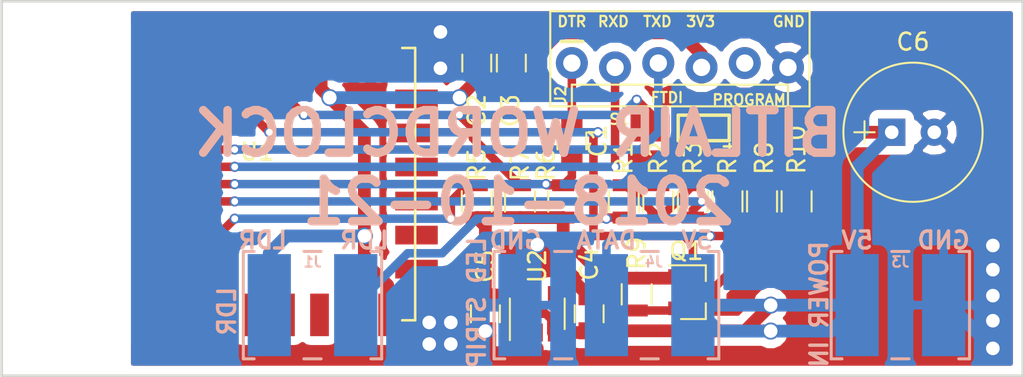
<source format=kicad_pcb>
(kicad_pcb (version 4) (host pcbnew 4.0.7)

  (general
    (links 49)
    (no_connects 0)
    (area 49.698999 99.924999 110.075001 122.075001)
    (thickness 1.6)
    (drawings 17)
    (tracks 214)
    (zones 0)
    (modules 24)
    (nets 29)
  )

  (page A4)
  (layers
    (0 F.Cu signal)
    (31 B.Cu signal)
    (32 B.Adhes user)
    (33 F.Adhes user)
    (34 B.Paste user)
    (35 F.Paste user)
    (36 B.SilkS user)
    (37 F.SilkS user)
    (38 B.Mask user)
    (39 F.Mask user)
    (40 Dwgs.User user)
    (41 Cmts.User user)
    (42 Eco1.User user)
    (43 Eco2.User user)
    (44 Edge.Cuts user)
    (45 Margin user)
    (46 B.CrtYd user)
    (47 F.CrtYd user)
    (48 B.Fab user)
    (49 F.Fab user)
  )

  (setup
    (last_trace_width 0.5)
    (trace_clearance 0.2)
    (zone_clearance 0.508)
    (zone_45_only no)
    (trace_min 0.2)
    (segment_width 0.2)
    (edge_width 0.15)
    (via_size 0.6)
    (via_drill 0.4)
    (via_min_size 0.4)
    (via_min_drill 0.3)
    (uvia_size 0.3)
    (uvia_drill 0.1)
    (uvias_allowed no)
    (uvia_min_size 0.2)
    (uvia_min_drill 0.1)
    (pcb_text_width 0.3)
    (pcb_text_size 1.5 1.5)
    (mod_edge_width 0.15)
    (mod_text_size 1 1)
    (mod_text_width 0.15)
    (pad_size 5 6)
    (pad_drill 0)
    (pad_to_mask_clearance 0.2)
    (aux_axis_origin 64.135 88.2015)
    (grid_origin 59.6265 125.984)
    (visible_elements 7FFFFFFF)
    (pcbplotparams
      (layerselection 0x010fc_80000001)
      (usegerberextensions true)
      (excludeedgelayer true)
      (linewidth 0.100000)
      (plotframeref false)
      (viasonmask false)
      (mode 1)
      (useauxorigin false)
      (hpglpennumber 1)
      (hpglpenspeed 20)
      (hpglpendiameter 15)
      (hpglpenoverlay 2)
      (psnegative false)
      (psa4output false)
      (plotreference true)
      (plotvalue true)
      (plotinvisibletext false)
      (padsonsilk false)
      (subtractmaskfromsilk true)
      (outputformat 1)
      (mirror false)
      (drillshape 0)
      (scaleselection 1)
      (outputdirectory gerber/))
  )

  (net 0 "")
  (net 1 "Net-(J1-Pad1)")
  (net 2 +3V3)
  (net 3 +5V)
  (net 4 GND)
  (net 5 "Net-(J4-Pad2)")
  (net 6 "Net-(U2-Pad4)")
  (net 7 "Net-(R1-Pad2)")
  (net 8 /ADC)
  (net 9 /DTR)
  (net 10 /LED)
  (net 11 "Net-(U1-Pad4)")
  (net 12 "Net-(U1-Pad5)")
  (net 13 "Net-(U1-Pad6)")
  (net 14 "Net-(U1-Pad7)")
  (net 15 "Net-(U1-Pad14)")
  (net 16 /RXD)
  (net 17 /TXD)
  (net 18 "Net-(U1-Pad17)")
  (net 19 "Net-(U1-Pad18)")
  (net 20 "Net-(U1-Pad19)")
  (net 21 "Net-(U1-Pad20)")
  (net 22 "Net-(U1-Pad21)")
  (net 23 "Net-(U1-Pad22)")
  (net 24 "Net-(Q1-Pad3)")
  (net 25 "Net-(C1-Pad1)")
  (net 26 "Net-(J2-Pad5)")
  (net 27 "Net-(R5-Pad2)")
  (net 28 "Net-(R7-Pad2)")

  (net_class Default "This is the default net class."
    (clearance 0.2)
    (trace_width 0.5)
    (via_dia 0.6)
    (via_drill 0.4)
    (uvia_dia 0.3)
    (uvia_drill 0.1)
    (add_net /ADC)
    (add_net /DTR)
    (add_net /LED)
    (add_net /RXD)
    (add_net /TXD)
    (add_net "Net-(C1-Pad1)")
    (add_net "Net-(J1-Pad1)")
    (add_net "Net-(J2-Pad5)")
    (add_net "Net-(J4-Pad2)")
    (add_net "Net-(Q1-Pad3)")
    (add_net "Net-(R1-Pad2)")
    (add_net "Net-(R5-Pad2)")
    (add_net "Net-(R7-Pad2)")
    (add_net "Net-(U1-Pad14)")
    (add_net "Net-(U1-Pad17)")
    (add_net "Net-(U1-Pad18)")
    (add_net "Net-(U1-Pad19)")
    (add_net "Net-(U1-Pad20)")
    (add_net "Net-(U1-Pad21)")
    (add_net "Net-(U1-Pad22)")
    (add_net "Net-(U1-Pad4)")
    (add_net "Net-(U1-Pad5)")
    (add_net "Net-(U1-Pad6)")
    (add_net "Net-(U1-Pad7)")
    (add_net "Net-(U2-Pad4)")
  )

  (net_class POWER ""
    (clearance 0.2)
    (trace_width 0.75)
    (via_dia 1)
    (via_drill 0.8)
    (uvia_dia 0.3)
    (uvia_drill 0.1)
    (add_net +3V3)
    (add_net +5V)
    (add_net GND)
  )

  (module SparkFun-Connectors:MOLEX-1X6_LOCK (layer F.Cu) (tedit 5BCCEC33) (tstamp 5B4F139E)
    (at 83.5025 103.632)
    (descr "MOLEX 6-PIN PLATED THROUGH-HOLE LOCKING FOOTPRINT")
    (tags "MOLEX 6-PIN PLATED THROUGH-HOLE LOCKING FOOTPRINT")
    (path /5B4A2883)
    (attr virtual)
    (fp_text reference J2 (at -0.6604 1.8796 90) (layer F.SilkS)
      (effects (font (size 0.6096 0.6096) (thickness 0.127)))
    )
    (fp_text value FTDI (at 5.588 2.032) (layer F.SilkS)
      (effects (font (size 0.6096 0.6096) (thickness 0.127)))
    )
    (fp_line (start -1.27 -3.048) (end -1.27 2.54) (layer F.SilkS) (width 0.127))
    (fp_line (start 13.97 -3.048) (end 13.97 2.54) (layer F.SilkS) (width 0.127))
    (fp_line (start 13.97 -3.048) (end -1.27 -3.048) (layer F.SilkS) (width 0.127))
    (fp_line (start 13.97 2.54) (end 12.7 2.54) (layer F.SilkS) (width 0.127))
    (fp_line (start 12.7 2.54) (end 0 2.54) (layer F.SilkS) (width 0.127))
    (fp_line (start 0 2.54) (end -1.27 2.54) (layer F.SilkS) (width 0.127))
    (fp_line (start 0 2.54) (end 0 1.27) (layer F.SilkS) (width 0.127))
    (fp_line (start 0 1.27) (end 12.7 1.27) (layer F.SilkS) (width 0.127))
    (fp_line (start 12.7 1.27) (end 12.7 2.54) (layer F.SilkS) (width 0.127))
    (fp_line (start -0.635 -1.27) (end 0.635 -1.27) (layer F.SilkS) (width 0.2032))
    (fp_line (start 0.635 -1.27) (end -0.635 -1.27) (layer F.SilkS) (width 0.2032))
    (pad 1 thru_hole circle (at 0 0) (size 1.8796 1.8796) (drill 1.016) (layers *.Cu *.Mask)
      (net 9 /DTR) (solder_mask_margin 0.1016))
    (pad 2 thru_hole circle (at 2.54 0.254) (size 1.8796 1.8796) (drill 1.016) (layers *.Cu *.Mask)
      (net 16 /RXD) (solder_mask_margin 0.1016))
    (pad 3 thru_hole circle (at 5.08 0) (size 1.8796 1.8796) (drill 1.016) (layers *.Cu *.Mask)
      (net 17 /TXD) (solder_mask_margin 0.1016))
    (pad 4 thru_hole circle (at 7.62 0.254) (size 1.8796 1.8796) (drill 1.016) (layers *.Cu *.Mask)
      (net 2 +3V3) (solder_mask_margin 0.1016))
    (pad 5 thru_hole circle (at 10.16 0) (size 1.8796 1.8796) (drill 1.016) (layers *.Cu *.Mask)
      (net 26 "Net-(J2-Pad5)") (solder_mask_margin 0.1016))
    (pad 6 thru_hole circle (at 12.7 0.254) (size 1.8796 1.8796) (drill 1.016) (layers *.Cu *.Mask)
      (net 4 GND) (solder_mask_margin 0.1016))
  )

  (module TACTILE_SWITCH_SMD_6.0X3.5MM (layer F.Cu) (tedit 5BCCEC13) (tstamp 5BCD30CB)
    (at 91.2495 107.442)
    (descr "MOMENTARY SWITCH (PUSHBUTTON) - SPST - SMD, 6.0 X 3.5 MM")
    (tags "MOMENTARY SWITCH (PUSHBUTTON) - SPST - SMD, 6.0 X 3.5 MM")
    (path /5BCC8FA0)
    (attr smd)
    (fp_text reference S1 (at -4.953 -0.508) (layer F.SilkS)
      (effects (font (size 0.6096 0.6096) (thickness 0.127)))
    )
    (fp_text value PROGRAM (at 2.667 -1.651) (layer F.SilkS)
      (effects (font (size 0.6096 0.6096) (thickness 0.127)))
    )
    (fp_line (start -2.99974 -1.09982) (end -2.99974 1.09982) (layer Dwgs.User) (width 0.127))
    (fp_line (start 2.99974 -1.09982) (end 2.99974 1.09982) (layer Dwgs.User) (width 0.127))
    (fp_line (start -1.4986 -0.7493) (end 1.4986 -0.7493) (layer F.SilkS) (width 0.2032))
    (fp_line (start 1.4986 0.7493) (end -1.4986 0.7493) (layer F.SilkS) (width 0.2032))
    (fp_line (start -1.4986 0.7493) (end -1.4986 -0.7493) (layer F.SilkS) (width 0.2032))
    (fp_line (start 1.4986 0.7493) (end 1.4986 -0.7493) (layer F.SilkS) (width 0.2032))
    (fp_line (start -1.99898 0) (end -0.99822 0) (layer Dwgs.User) (width 0.127))
    (fp_line (start -0.99822 0) (end 0.09906 -0.49784) (layer Dwgs.User) (width 0.127))
    (fp_line (start 0.29972 0) (end 1.99898 0) (layer Dwgs.User) (width 0.127))
    (pad 1 smd rect (at -3.1496 0 180) (size 2.2987 1.59766) (layers F.Cu F.Paste F.Mask)
      (net 28 "Net-(R7-Pad2)") (solder_mask_margin 0.1016))
    (pad 2 smd rect (at 3.1496 0 180) (size 2.2987 1.59766) (layers F.Cu F.Paste F.Mask)
      (net 4 GND) (solder_mask_margin 0.1016))
  )

  (module Capacitors_THT:CP_Radial_Tantal_D8.0mm_P2.50mm (layer F.Cu) (tedit 5B9EAAEA) (tstamp 5B4AF523)
    (at 102.2985 107.696)
    (descr "CP, Radial_Tantal series, Radial, pin pitch=2.50mm, , diameter=8.0mm, Tantal Electrolytic Capacitor, http://cdn-reichelt.de/documents/datenblatt/B300/TANTAL-TB-Serie%23.pdf")
    (tags "CP Radial_Tantal series Radial pin pitch 2.50mm  diameter 8.0mm Tantal Electrolytic Capacitor")
    (path /5B4A0432)
    (fp_text reference C6 (at 1.25 -5.31) (layer F.SilkS)
      (effects (font (size 1 1) (thickness 0.15)))
    )
    (fp_text value 1000uF (at 1.25 5.31) (layer F.Fab)
      (effects (font (size 1 1) (thickness 0.15)))
    )
    (fp_circle (center 1.25 0) (end 5.25 0) (layer F.Fab) (width 0.1))
    (fp_circle (center 1.25 0) (end 5.34 0) (layer F.SilkS) (width 0.12))
    (fp_line (start -2.2 0) (end -1 0) (layer F.Fab) (width 0.1))
    (fp_line (start -1.6 -0.65) (end -1.6 0.65) (layer F.Fab) (width 0.1))
    (fp_line (start -2.2 0) (end -1 0) (layer F.SilkS) (width 0.12))
    (fp_line (start -1.6 -0.65) (end -1.6 0.65) (layer F.SilkS) (width 0.12))
    (fp_line (start -3.1 -4.35) (end -3.1 4.35) (layer F.CrtYd) (width 0.05))
    (fp_line (start -3.1 4.35) (end 5.6 4.35) (layer F.CrtYd) (width 0.05))
    (fp_line (start 5.6 4.35) (end 5.6 -4.35) (layer F.CrtYd) (width 0.05))
    (fp_line (start 5.6 -4.35) (end -3.1 -4.35) (layer F.CrtYd) (width 0.05))
    (fp_text user %R (at 1.016 -2.032) (layer F.Fab)
      (effects (font (size 1 1) (thickness 0.15)))
    )
    (pad 1 thru_hole rect (at 0 0) (size 1.6 1.6) (drill 0.8) (layers *.Cu *.Mask)
      (net 3 +5V))
    (pad 2 thru_hole circle (at 2.5 0) (size 1.6 1.6) (drill 0.8) (layers *.Cu *.Mask)
      (net 4 GND))
    (model ${KISYS3DMOD}/Capacitors_THT.3dshapes/CP_Radial_Tantal_D8.0mm_P2.50mm.wrl
      (at (xyz 0 0 0))
      (scale (xyz 1 1 1))
      (rotate (xyz 0 0 0))
    )
  )

  (module ESP8266:ESP-12E_SMD (layer F.Cu) (tedit 58FB7FFE) (tstamp 5B4AF627)
    (at 58.674 117.729 90)
    (descr "Module, ESP-8266, ESP-12, 16 pad, SMD")
    (tags "Module ESP-8266 ESP8266")
    (path /5B49E98C)
    (fp_text reference U1 (at 8.89 6.35 180) (layer F.SilkS)
      (effects (font (size 1 1) (thickness 0.15)))
    )
    (fp_text value ESP-12E (at 5.08 6.35 180) (layer F.Fab) hide
      (effects (font (size 1 1) (thickness 0.15)))
    )
    (fp_line (start -2.25 -0.5) (end -2.25 -8.75) (layer F.CrtYd) (width 0.05))
    (fp_line (start -2.25 -8.75) (end 15.25 -8.75) (layer F.CrtYd) (width 0.05))
    (fp_line (start 15.25 -8.75) (end 16.25 -8.75) (layer F.CrtYd) (width 0.05))
    (fp_line (start 16.25 -8.75) (end 16.25 16) (layer F.CrtYd) (width 0.05))
    (fp_line (start 16.25 16) (end -2.25 16) (layer F.CrtYd) (width 0.05))
    (fp_line (start -2.25 16) (end -2.25 -0.5) (layer F.CrtYd) (width 0.05))
    (fp_line (start -1.016 -8.382) (end 14.986 -8.382) (layer F.CrtYd) (width 0.1524))
    (fp_line (start 14.986 -8.382) (end 14.986 -0.889) (layer F.CrtYd) (width 0.1524))
    (fp_line (start -1.016 -8.382) (end -1.016 -1.016) (layer F.CrtYd) (width 0.1524))
    (fp_line (start -1.016 14.859) (end -1.016 15.621) (layer F.SilkS) (width 0.1524))
    (fp_line (start -1.016 15.621) (end 14.986 15.621) (layer F.SilkS) (width 0.1524))
    (fp_line (start 14.986 15.621) (end 14.986 14.859) (layer F.SilkS) (width 0.1524))
    (fp_line (start 14.992 -8.4) (end -1.008 -2.6) (layer F.CrtYd) (width 0.1524))
    (fp_line (start -1.008 -8.4) (end 14.992 -2.6) (layer F.CrtYd) (width 0.1524))
    (fp_text user "No Copper" (at 6.892 -5.4 90) (layer F.CrtYd)
      (effects (font (size 1 1) (thickness 0.15)))
    )
    (fp_line (start -1.008 -2.6) (end 14.992 -2.6) (layer F.CrtYd) (width 0.1524))
    (fp_line (start 15 -8.4) (end 15 15.6) (layer F.Fab) (width 0.05))
    (fp_line (start 14.992 15.6) (end -1.008 15.6) (layer F.Fab) (width 0.05))
    (fp_line (start -1.008 15.6) (end -1.008 -8.4) (layer F.Fab) (width 0.05))
    (fp_line (start -1.008 -8.4) (end 14.992 -8.4) (layer F.Fab) (width 0.05))
    (pad 1 smd rect (at 0 0 90) (size 2.5 1.1) (drill (offset -0.7 0)) (layers F.Cu F.Paste F.Mask)
      (net 25 "Net-(C1-Pad1)"))
    (pad 2 smd rect (at 0 2 90) (size 2.5 1.1) (drill (offset -0.7 0)) (layers F.Cu F.Paste F.Mask)
      (net 8 /ADC))
    (pad 3 smd rect (at 0 4 90) (size 2.5 1.1) (drill (offset -0.7 0)) (layers F.Cu F.Paste F.Mask)
      (net 27 "Net-(R5-Pad2)"))
    (pad 4 smd rect (at 0 6 90) (size 2.5 1.1) (drill (offset -0.7 0)) (layers F.Cu F.Paste F.Mask)
      (net 11 "Net-(U1-Pad4)"))
    (pad 5 smd rect (at 0 8 90) (size 2.5 1.1) (drill (offset -0.7 0)) (layers F.Cu F.Paste F.Mask)
      (net 12 "Net-(U1-Pad5)"))
    (pad 6 smd rect (at 0 10 90) (size 2.5 1.1) (drill (offset -0.7 0)) (layers F.Cu F.Paste F.Mask)
      (net 13 "Net-(U1-Pad6)"))
    (pad 7 smd rect (at 0 12 90) (size 2.5 1.1) (drill (offset -0.7 0)) (layers F.Cu F.Paste F.Mask)
      (net 14 "Net-(U1-Pad7)"))
    (pad 8 smd rect (at 0 14 90) (size 2.5 1.1) (drill (offset -0.7 0)) (layers F.Cu F.Paste F.Mask)
      (net 2 +3V3))
    (pad 9 smd rect (at 14 14 90) (size 2.5 1.1) (drill (offset 0.7 0)) (layers F.Cu F.Paste F.Mask)
      (net 4 GND))
    (pad 10 smd rect (at 14 12 90) (size 2.5 1.1) (drill (offset 0.7 0)) (layers F.Cu F.Paste F.Mask)
      (net 4 GND))
    (pad 11 smd rect (at 14 10 90) (size 2.5 1.1) (drill (offset 0.7 0)) (layers F.Cu F.Paste F.Mask)
      (net 2 +3V3))
    (pad 12 smd rect (at 14 8 90) (size 2.5 1.1) (drill (offset 0.7 0)) (layers F.Cu F.Paste F.Mask)
      (net 28 "Net-(R7-Pad2)"))
    (pad 13 smd rect (at 14 6 90) (size 2.5 1.1) (drill (offset 0.7 0)) (layers F.Cu F.Paste F.Mask)
      (net 10 /LED))
    (pad 14 smd rect (at 14 4 90) (size 2.5 1.1) (drill (offset 0.7 0)) (layers F.Cu F.Paste F.Mask)
      (net 15 "Net-(U1-Pad14)"))
    (pad 15 smd rect (at 14 2 90) (size 2.5 1.1) (drill (offset 0.7 0)) (layers F.Cu F.Paste F.Mask)
      (net 17 /TXD))
    (pad 16 smd rect (at 14 0 90) (size 2.5 1.1) (drill (offset 0.7 0)) (layers F.Cu F.Paste F.Mask)
      (net 16 /RXD))
    (pad 17 smd rect (at 1.99 15 180) (size 2.5 1.1) (drill (offset -0.7 0)) (layers F.Cu F.Paste F.Mask)
      (net 18 "Net-(U1-Pad17)"))
    (pad 18 smd rect (at 3.99 15 180) (size 2.5 1.1) (drill (offset -0.7 0)) (layers F.Cu F.Paste F.Mask)
      (net 19 "Net-(U1-Pad18)"))
    (pad 19 smd rect (at 5.99 15 180) (size 2.5 1.1) (drill (offset -0.7 0)) (layers F.Cu F.Paste F.Mask)
      (net 20 "Net-(U1-Pad19)"))
    (pad 20 smd rect (at 7.99 15 180) (size 2.5 1.1) (drill (offset -0.7 0)) (layers F.Cu F.Paste F.Mask)
      (net 21 "Net-(U1-Pad20)"))
    (pad 21 smd rect (at 9.99 15 180) (size 2.5 1.1) (drill (offset -0.7 0)) (layers F.Cu F.Paste F.Mask)
      (net 22 "Net-(U1-Pad21)"))
    (pad 22 smd rect (at 11.99 15 180) (size 2.5 1.1) (drill (offset -0.7 0)) (layers F.Cu F.Paste F.Mask)
      (net 23 "Net-(U1-Pad22)"))
    (model ${ESPLIB}/ESP8266.3dshapes/ESP-12.wrl
      (at (xyz 0 0 0))
      (scale (xyz 0.3937 0.3937 0.3937))
      (rotate (xyz 0 0 0))
    )
  )

  (module TO_SOT_Packages_SMD:SOT-23-5 (layer F.Cu) (tedit 5B9EC0F5) (tstamp 5B49F4C1)
    (at 81.4705 118.364 90)
    (descr "5-pin SOT23 package")
    (tags SOT-23-5)
    (path /5B4A140C)
    (attr smd)
    (fp_text reference U2 (at 2.794 0 90) (layer F.SilkS)
      (effects (font (size 1 1) (thickness 0.15)))
    )
    (fp_text value ME6211 (at 0 2.9 90) (layer F.Fab)
      (effects (font (size 1 1) (thickness 0.15)))
    )
    (fp_text user %R (at 0 0 180) (layer F.Fab)
      (effects (font (size 0.5 0.5) (thickness 0.075)))
    )
    (fp_line (start -0.9 1.61) (end 0.9 1.61) (layer F.SilkS) (width 0.12))
    (fp_line (start 0.9 -1.61) (end -1.55 -1.61) (layer F.SilkS) (width 0.12))
    (fp_line (start -1.9 -1.8) (end 1.9 -1.8) (layer F.CrtYd) (width 0.05))
    (fp_line (start 1.9 -1.8) (end 1.9 1.8) (layer F.CrtYd) (width 0.05))
    (fp_line (start 1.9 1.8) (end -1.9 1.8) (layer F.CrtYd) (width 0.05))
    (fp_line (start -1.9 1.8) (end -1.9 -1.8) (layer F.CrtYd) (width 0.05))
    (fp_line (start -0.9 -0.9) (end -0.25 -1.55) (layer F.Fab) (width 0.1))
    (fp_line (start 0.9 -1.55) (end -0.25 -1.55) (layer F.Fab) (width 0.1))
    (fp_line (start -0.9 -0.9) (end -0.9 1.55) (layer F.Fab) (width 0.1))
    (fp_line (start 0.9 1.55) (end -0.9 1.55) (layer F.Fab) (width 0.1))
    (fp_line (start 0.9 -1.55) (end 0.9 1.55) (layer F.Fab) (width 0.1))
    (pad 1 smd rect (at -1.1 -0.95 90) (size 1.06 0.65) (layers F.Cu F.Paste F.Mask)
      (net 3 +5V))
    (pad 2 smd rect (at -1.1 0 90) (size 1.06 0.65) (layers F.Cu F.Paste F.Mask)
      (net 4 GND))
    (pad 3 smd rect (at -1.1 0.95 90) (size 1.06 0.65) (layers F.Cu F.Paste F.Mask)
      (net 3 +5V))
    (pad 4 smd rect (at 1.1 0.95 90) (size 1.06 0.65) (layers F.Cu F.Paste F.Mask)
      (net 6 "Net-(U2-Pad4)"))
    (pad 5 smd rect (at 1.1 -0.95 90) (size 1.06 0.65) (layers F.Cu F.Paste F.Mask)
      (net 2 +3V3))
    (model ${KISYS3DMOD}/TO_SOT_Packages_SMD.3dshapes/SOT-23-5.wrl
      (at (xyz 0 0 0))
      (scale (xyz 1 1 1))
      (rotate (xyz 0 0 0))
    )
  )

  (module Capacitors_SMD:C_0805 (layer F.Cu) (tedit 5B9EC16F) (tstamp 5B4AF4CE)
    (at 83.5025 108.204 90)
    (descr "Capacitor SMD 0805, reflow soldering, AVX (see smccp.pdf)")
    (tags "capacitor 0805")
    (path /5B49EAA1)
    (attr smd)
    (fp_text reference C1 (at 0 1.524 90) (layer F.SilkS)
      (effects (font (size 1 1) (thickness 0.15)))
    )
    (fp_text value 1uF (at 0 1.75 90) (layer F.Fab)
      (effects (font (size 1 1) (thickness 0.15)))
    )
    (fp_text user %R (at 0 -1.5 90) (layer F.Fab)
      (effects (font (size 1 1) (thickness 0.15)))
    )
    (fp_line (start -1 0.62) (end -1 -0.62) (layer F.Fab) (width 0.1))
    (fp_line (start 1 0.62) (end -1 0.62) (layer F.Fab) (width 0.1))
    (fp_line (start 1 -0.62) (end 1 0.62) (layer F.Fab) (width 0.1))
    (fp_line (start -1 -0.62) (end 1 -0.62) (layer F.Fab) (width 0.1))
    (fp_line (start 0.5 -0.85) (end -0.5 -0.85) (layer F.SilkS) (width 0.12))
    (fp_line (start -0.5 0.85) (end 0.5 0.85) (layer F.SilkS) (width 0.12))
    (fp_line (start -1.75 -0.88) (end 1.75 -0.88) (layer F.CrtYd) (width 0.05))
    (fp_line (start -1.75 -0.88) (end -1.75 0.87) (layer F.CrtYd) (width 0.05))
    (fp_line (start 1.75 0.87) (end 1.75 -0.88) (layer F.CrtYd) (width 0.05))
    (fp_line (start 1.75 0.87) (end -1.75 0.87) (layer F.CrtYd) (width 0.05))
    (pad 1 smd rect (at -1 0 90) (size 1 1.25) (layers F.Cu F.Paste F.Mask)
      (net 25 "Net-(C1-Pad1)"))
    (pad 2 smd rect (at 1 0 90) (size 1 1.25) (layers F.Cu F.Paste F.Mask)
      (net 9 /DTR))
    (model Capacitors_SMD.3dshapes/C_0805.wrl
      (at (xyz 0 0 0))
      (scale (xyz 1 1 1))
      (rotate (xyz 0 0 0))
    )
  )

  (module Capacitors_SMD:C_0805 (layer F.Cu) (tedit 5BCCEB29) (tstamp 5B4AF4DF)
    (at 77.9145 103.632 90)
    (descr "Capacitor SMD 0805, reflow soldering, AVX (see smccp.pdf)")
    (tags "capacitor 0805")
    (path /5B49EA7C)
    (attr smd)
    (fp_text reference C2 (at -2.794 0 90) (layer F.SilkS)
      (effects (font (size 1 1) (thickness 0.15)))
    )
    (fp_text value 10uF (at 0 1.75 90) (layer F.Fab)
      (effects (font (size 1 1) (thickness 0.15)))
    )
    (fp_text user %R (at 0 -1.5 90) (layer F.Fab)
      (effects (font (size 1 1) (thickness 0.15)))
    )
    (fp_line (start -1 0.62) (end -1 -0.62) (layer F.Fab) (width 0.1))
    (fp_line (start 1 0.62) (end -1 0.62) (layer F.Fab) (width 0.1))
    (fp_line (start 1 -0.62) (end 1 0.62) (layer F.Fab) (width 0.1))
    (fp_line (start -1 -0.62) (end 1 -0.62) (layer F.Fab) (width 0.1))
    (fp_line (start 0.5 -0.85) (end -0.5 -0.85) (layer F.SilkS) (width 0.12))
    (fp_line (start -0.5 0.85) (end 0.5 0.85) (layer F.SilkS) (width 0.12))
    (fp_line (start -1.75 -0.88) (end 1.75 -0.88) (layer F.CrtYd) (width 0.05))
    (fp_line (start -1.75 -0.88) (end -1.75 0.87) (layer F.CrtYd) (width 0.05))
    (fp_line (start 1.75 0.87) (end 1.75 -0.88) (layer F.CrtYd) (width 0.05))
    (fp_line (start 1.75 0.87) (end -1.75 0.87) (layer F.CrtYd) (width 0.05))
    (pad 1 smd rect (at -1 0 90) (size 1 1.25) (layers F.Cu F.Paste F.Mask)
      (net 2 +3V3))
    (pad 2 smd rect (at 1 0 90) (size 1 1.25) (layers F.Cu F.Paste F.Mask)
      (net 4 GND))
    (model Capacitors_SMD.3dshapes/C_0805.wrl
      (at (xyz 0 0 0))
      (scale (xyz 1 1 1))
      (rotate (xyz 0 0 0))
    )
  )

  (module Capacitors_SMD:C_0805 (layer F.Cu) (tedit 5BCCEB21) (tstamp 5B4AF4F0)
    (at 79.9465 103.632 90)
    (descr "Capacitor SMD 0805, reflow soldering, AVX (see smccp.pdf)")
    (tags "capacitor 0805")
    (path /5B49EA41)
    (attr smd)
    (fp_text reference C3 (at -2.794 -0.0508 90) (layer F.SilkS)
      (effects (font (size 1 1) (thickness 0.15)))
    )
    (fp_text value 100nF (at 0 1.75 90) (layer F.Fab)
      (effects (font (size 1 1) (thickness 0.15)))
    )
    (fp_text user %R (at 0 -1.5 90) (layer F.Fab)
      (effects (font (size 1 1) (thickness 0.15)))
    )
    (fp_line (start -1 0.62) (end -1 -0.62) (layer F.Fab) (width 0.1))
    (fp_line (start 1 0.62) (end -1 0.62) (layer F.Fab) (width 0.1))
    (fp_line (start 1 -0.62) (end 1 0.62) (layer F.Fab) (width 0.1))
    (fp_line (start -1 -0.62) (end 1 -0.62) (layer F.Fab) (width 0.1))
    (fp_line (start 0.5 -0.85) (end -0.5 -0.85) (layer F.SilkS) (width 0.12))
    (fp_line (start -0.5 0.85) (end 0.5 0.85) (layer F.SilkS) (width 0.12))
    (fp_line (start -1.75 -0.88) (end 1.75 -0.88) (layer F.CrtYd) (width 0.05))
    (fp_line (start -1.75 -0.88) (end -1.75 0.87) (layer F.CrtYd) (width 0.05))
    (fp_line (start 1.75 0.87) (end 1.75 -0.88) (layer F.CrtYd) (width 0.05))
    (fp_line (start 1.75 0.87) (end -1.75 0.87) (layer F.CrtYd) (width 0.05))
    (pad 1 smd rect (at -1 0 90) (size 1 1.25) (layers F.Cu F.Paste F.Mask)
      (net 2 +3V3))
    (pad 2 smd rect (at 1 0 90) (size 1 1.25) (layers F.Cu F.Paste F.Mask)
      (net 4 GND))
    (model Capacitors_SMD.3dshapes/C_0805.wrl
      (at (xyz 0 0 0))
      (scale (xyz 1 1 1))
      (rotate (xyz 0 0 0))
    )
  )

  (module Capacitors_SMD:C_0805 (layer F.Cu) (tedit 5B9EC102) (tstamp 5B4AF501)
    (at 84.5185 118.364 90)
    (descr "Capacitor SMD 0805, reflow soldering, AVX (see smccp.pdf)")
    (tags "capacitor 0805")
    (path /5B4A1850)
    (attr smd)
    (fp_text reference C4 (at 2.921 0 90) (layer F.SilkS)
      (effects (font (size 1 1) (thickness 0.15)))
    )
    (fp_text value 1uF (at 0 1.75 90) (layer F.Fab)
      (effects (font (size 1 1) (thickness 0.15)))
    )
    (fp_text user %R (at 0 -1.5 90) (layer F.Fab)
      (effects (font (size 1 1) (thickness 0.15)))
    )
    (fp_line (start -1 0.62) (end -1 -0.62) (layer F.Fab) (width 0.1))
    (fp_line (start 1 0.62) (end -1 0.62) (layer F.Fab) (width 0.1))
    (fp_line (start 1 -0.62) (end 1 0.62) (layer F.Fab) (width 0.1))
    (fp_line (start -1 -0.62) (end 1 -0.62) (layer F.Fab) (width 0.1))
    (fp_line (start 0.5 -0.85) (end -0.5 -0.85) (layer F.SilkS) (width 0.12))
    (fp_line (start -0.5 0.85) (end 0.5 0.85) (layer F.SilkS) (width 0.12))
    (fp_line (start -1.75 -0.88) (end 1.75 -0.88) (layer F.CrtYd) (width 0.05))
    (fp_line (start -1.75 -0.88) (end -1.75 0.87) (layer F.CrtYd) (width 0.05))
    (fp_line (start 1.75 0.87) (end 1.75 -0.88) (layer F.CrtYd) (width 0.05))
    (fp_line (start 1.75 0.87) (end -1.75 0.87) (layer F.CrtYd) (width 0.05))
    (pad 1 smd rect (at -1 0 90) (size 1 1.25) (layers F.Cu F.Paste F.Mask)
      (net 3 +5V))
    (pad 2 smd rect (at 1 0 90) (size 1 1.25) (layers F.Cu F.Paste F.Mask)
      (net 4 GND))
    (model Capacitors_SMD.3dshapes/C_0805.wrl
      (at (xyz 0 0 0))
      (scale (xyz 1 1 1))
      (rotate (xyz 0 0 0))
    )
  )

  (module Capacitors_SMD:C_0805 (layer F.Cu) (tedit 5B9EC0E7) (tstamp 5B4AF512)
    (at 78.4225 118.364 270)
    (descr "Capacitor SMD 0805, reflow soldering, AVX (see smccp.pdf)")
    (tags "capacitor 0805")
    (path /5B4A1909)
    (attr smd)
    (fp_text reference C5 (at -2.794 0 270) (layer F.SilkS)
      (effects (font (size 1 1) (thickness 0.15)))
    )
    (fp_text value 1uF (at 0 1.75 270) (layer F.Fab)
      (effects (font (size 1 1) (thickness 0.15)))
    )
    (fp_text user %R (at 0 -1.5 270) (layer F.Fab)
      (effects (font (size 1 1) (thickness 0.15)))
    )
    (fp_line (start -1 0.62) (end -1 -0.62) (layer F.Fab) (width 0.1))
    (fp_line (start 1 0.62) (end -1 0.62) (layer F.Fab) (width 0.1))
    (fp_line (start 1 -0.62) (end 1 0.62) (layer F.Fab) (width 0.1))
    (fp_line (start -1 -0.62) (end 1 -0.62) (layer F.Fab) (width 0.1))
    (fp_line (start 0.5 -0.85) (end -0.5 -0.85) (layer F.SilkS) (width 0.12))
    (fp_line (start -0.5 0.85) (end 0.5 0.85) (layer F.SilkS) (width 0.12))
    (fp_line (start -1.75 -0.88) (end 1.75 -0.88) (layer F.CrtYd) (width 0.05))
    (fp_line (start -1.75 -0.88) (end -1.75 0.87) (layer F.CrtYd) (width 0.05))
    (fp_line (start 1.75 0.87) (end 1.75 -0.88) (layer F.CrtYd) (width 0.05))
    (fp_line (start 1.75 0.87) (end -1.75 0.87) (layer F.CrtYd) (width 0.05))
    (pad 1 smd rect (at -1 0 270) (size 1 1.25) (layers F.Cu F.Paste F.Mask)
      (net 2 +3V3))
    (pad 2 smd rect (at 1 0 270) (size 1 1.25) (layers F.Cu F.Paste F.Mask)
      (net 4 GND))
    (model Capacitors_SMD.3dshapes/C_0805.wrl
      (at (xyz 0 0 0))
      (scale (xyz 1 1 1))
      (rotate (xyz 0 0 0))
    )
  )

  (module Resistors_SMD:R_0805 (layer F.Cu) (tedit 5B9EC098) (tstamp 5B4AF582)
    (at 86.5505 111.76 90)
    (descr "Resistor SMD 0805, reflow soldering, Vishay (see dcrcw.pdf)")
    (tags "resistor 0805")
    (path /5B49F743)
    (attr smd)
    (fp_text reference R1 (at 2.54 0 90) (layer F.SilkS)
      (effects (font (size 1 1) (thickness 0.15)))
    )
    (fp_text value 1k8 (at 0 1.75 90) (layer F.Fab)
      (effects (font (size 1 1) (thickness 0.15)))
    )
    (fp_text user %R (at 0 0 90) (layer F.Fab)
      (effects (font (size 0.5 0.5) (thickness 0.075)))
    )
    (fp_line (start -1 0.62) (end -1 -0.62) (layer F.Fab) (width 0.1))
    (fp_line (start 1 0.62) (end -1 0.62) (layer F.Fab) (width 0.1))
    (fp_line (start 1 -0.62) (end 1 0.62) (layer F.Fab) (width 0.1))
    (fp_line (start -1 -0.62) (end 1 -0.62) (layer F.Fab) (width 0.1))
    (fp_line (start 0.6 0.88) (end -0.6 0.88) (layer F.SilkS) (width 0.12))
    (fp_line (start -0.6 -0.88) (end 0.6 -0.88) (layer F.SilkS) (width 0.12))
    (fp_line (start -1.55 -0.9) (end 1.55 -0.9) (layer F.CrtYd) (width 0.05))
    (fp_line (start -1.55 -0.9) (end -1.55 0.9) (layer F.CrtYd) (width 0.05))
    (fp_line (start 1.55 0.9) (end 1.55 -0.9) (layer F.CrtYd) (width 0.05))
    (fp_line (start 1.55 0.9) (end -1.55 0.9) (layer F.CrtYd) (width 0.05))
    (pad 1 smd rect (at -0.95 0 90) (size 0.7 1.3) (layers F.Cu F.Paste F.Mask)
      (net 1 "Net-(J1-Pad1)"))
    (pad 2 smd rect (at 0.95 0 90) (size 0.7 1.3) (layers F.Cu F.Paste F.Mask)
      (net 7 "Net-(R1-Pad2)"))
    (model ${KISYS3DMOD}/Resistors_SMD.3dshapes/R_0805.wrl
      (at (xyz 0 0 0))
      (scale (xyz 1 1 1))
      (rotate (xyz 0 0 0))
    )
  )

  (module Resistors_SMD:R_0805 (layer F.Cu) (tedit 5B9EC0A0) (tstamp 5B4AF593)
    (at 88.5825 111.76 90)
    (descr "Resistor SMD 0805, reflow soldering, Vishay (see dcrcw.pdf)")
    (tags "resistor 0805")
    (path /5B49F776)
    (attr smd)
    (fp_text reference R2 (at 2.54 0 90) (layer F.SilkS)
      (effects (font (size 1 1) (thickness 0.15)))
    )
    (fp_text value 820 (at 0 1.75 90) (layer F.Fab)
      (effects (font (size 1 1) (thickness 0.15)))
    )
    (fp_text user %R (at 0 0 90) (layer F.Fab)
      (effects (font (size 0.5 0.5) (thickness 0.075)))
    )
    (fp_line (start -1 0.62) (end -1 -0.62) (layer F.Fab) (width 0.1))
    (fp_line (start 1 0.62) (end -1 0.62) (layer F.Fab) (width 0.1))
    (fp_line (start 1 -0.62) (end 1 0.62) (layer F.Fab) (width 0.1))
    (fp_line (start -1 -0.62) (end 1 -0.62) (layer F.Fab) (width 0.1))
    (fp_line (start 0.6 0.88) (end -0.6 0.88) (layer F.SilkS) (width 0.12))
    (fp_line (start -0.6 -0.88) (end 0.6 -0.88) (layer F.SilkS) (width 0.12))
    (fp_line (start -1.55 -0.9) (end 1.55 -0.9) (layer F.CrtYd) (width 0.05))
    (fp_line (start -1.55 -0.9) (end -1.55 0.9) (layer F.CrtYd) (width 0.05))
    (fp_line (start 1.55 0.9) (end 1.55 -0.9) (layer F.CrtYd) (width 0.05))
    (fp_line (start 1.55 0.9) (end -1.55 0.9) (layer F.CrtYd) (width 0.05))
    (pad 1 smd rect (at -0.95 0 90) (size 0.7 1.3) (layers F.Cu F.Paste F.Mask)
      (net 7 "Net-(R1-Pad2)"))
    (pad 2 smd rect (at 0.95 0 90) (size 0.7 1.3) (layers F.Cu F.Paste F.Mask)
      (net 4 GND))
    (model ${KISYS3DMOD}/Resistors_SMD.3dshapes/R_0805.wrl
      (at (xyz 0 0 0))
      (scale (xyz 1 1 1))
      (rotate (xyz 0 0 0))
    )
  )

  (module Resistors_SMD:R_0805 (layer F.Cu) (tedit 5B9EC0A9) (tstamp 5B4AF5A4)
    (at 90.6145 111.76 270)
    (descr "Resistor SMD 0805, reflow soldering, Vishay (see dcrcw.pdf)")
    (tags "resistor 0805")
    (path /5B49F3E3)
    (attr smd)
    (fp_text reference R3 (at -2.54 0 270) (layer F.SilkS)
      (effects (font (size 1 1) (thickness 0.15)))
    )
    (fp_text value 220k (at 0 1.75 270) (layer F.Fab)
      (effects (font (size 1 1) (thickness 0.15)))
    )
    (fp_text user %R (at 0 0 270) (layer F.Fab)
      (effects (font (size 0.5 0.5) (thickness 0.075)))
    )
    (fp_line (start -1 0.62) (end -1 -0.62) (layer F.Fab) (width 0.1))
    (fp_line (start 1 0.62) (end -1 0.62) (layer F.Fab) (width 0.1))
    (fp_line (start 1 -0.62) (end 1 0.62) (layer F.Fab) (width 0.1))
    (fp_line (start -1 -0.62) (end 1 -0.62) (layer F.Fab) (width 0.1))
    (fp_line (start 0.6 0.88) (end -0.6 0.88) (layer F.SilkS) (width 0.12))
    (fp_line (start -0.6 -0.88) (end 0.6 -0.88) (layer F.SilkS) (width 0.12))
    (fp_line (start -1.55 -0.9) (end 1.55 -0.9) (layer F.CrtYd) (width 0.05))
    (fp_line (start -1.55 -0.9) (end -1.55 0.9) (layer F.CrtYd) (width 0.05))
    (fp_line (start 1.55 0.9) (end 1.55 -0.9) (layer F.CrtYd) (width 0.05))
    (fp_line (start 1.55 0.9) (end -1.55 0.9) (layer F.CrtYd) (width 0.05))
    (pad 1 smd rect (at -0.95 0 270) (size 0.7 1.3) (layers F.Cu F.Paste F.Mask)
      (net 7 "Net-(R1-Pad2)"))
    (pad 2 smd rect (at 0.95 0 270) (size 0.7 1.3) (layers F.Cu F.Paste F.Mask)
      (net 8 /ADC))
    (model ${KISYS3DMOD}/Resistors_SMD.3dshapes/R_0805.wrl
      (at (xyz 0 0 0))
      (scale (xyz 1 1 1))
      (rotate (xyz 0 0 0))
    )
  )

  (module Resistors_SMD:R_0805 (layer F.Cu) (tedit 5BCC9250) (tstamp 5B4AF5B5)
    (at 92.6465 111.76 90)
    (descr "Resistor SMD 0805, reflow soldering, Vishay (see dcrcw.pdf)")
    (tags "resistor 0805")
    (path /5B49F40A)
    (attr smd)
    (fp_text reference R4 (at 2.54 0 90) (layer F.SilkS)
      (effects (font (size 1 1) (thickness 0.15)))
    )
    (fp_text value 100k (at 0.127 0 90) (layer F.Fab)
      (effects (font (size 1 1) (thickness 0.15)))
    )
    (fp_text user %R (at 0 0 90) (layer F.Fab)
      (effects (font (size 0.5 0.5) (thickness 0.075)))
    )
    (fp_line (start -1 0.62) (end -1 -0.62) (layer F.Fab) (width 0.1))
    (fp_line (start 1 0.62) (end -1 0.62) (layer F.Fab) (width 0.1))
    (fp_line (start 1 -0.62) (end 1 0.62) (layer F.Fab) (width 0.1))
    (fp_line (start -1 -0.62) (end 1 -0.62) (layer F.Fab) (width 0.1))
    (fp_line (start 0.6 0.88) (end -0.6 0.88) (layer F.SilkS) (width 0.12))
    (fp_line (start -0.6 -0.88) (end 0.6 -0.88) (layer F.SilkS) (width 0.12))
    (fp_line (start -1.55 -0.9) (end 1.55 -0.9) (layer F.CrtYd) (width 0.05))
    (fp_line (start -1.55 -0.9) (end -1.55 0.9) (layer F.CrtYd) (width 0.05))
    (fp_line (start 1.55 0.9) (end 1.55 -0.9) (layer F.CrtYd) (width 0.05))
    (fp_line (start 1.55 0.9) (end -1.55 0.9) (layer F.CrtYd) (width 0.05))
    (pad 1 smd rect (at -0.95 0 90) (size 0.7 1.3) (layers F.Cu F.Paste F.Mask)
      (net 8 /ADC))
    (pad 2 smd rect (at 0.95 0 90) (size 0.7 1.3) (layers F.Cu F.Paste F.Mask)
      (net 4 GND))
    (model ${KISYS3DMOD}/Resistors_SMD.3dshapes/R_0805.wrl
      (at (xyz 0 0 0))
      (scale (xyz 1 1 1))
      (rotate (xyz 0 0 0))
    )
  )

  (module Resistors_SMD:R_0805 (layer F.Cu) (tedit 5B9EC165) (tstamp 5B4AF5C6)
    (at 77.9145 111.76 90)
    (descr "Resistor SMD 0805, reflow soldering, Vishay (see dcrcw.pdf)")
    (tags "resistor 0805")
    (path /5B49F224)
    (attr smd)
    (fp_text reference R5 (at 2.159 0 270) (layer F.SilkS)
      (effects (font (size 1 1) (thickness 0.15)))
    )
    (fp_text value 10k (at 0 1.75 90) (layer F.Fab)
      (effects (font (size 1 1) (thickness 0.15)))
    )
    (fp_text user %R (at 0 0 90) (layer F.Fab)
      (effects (font (size 0.5 0.5) (thickness 0.075)))
    )
    (fp_line (start -1 0.62) (end -1 -0.62) (layer F.Fab) (width 0.1))
    (fp_line (start 1 0.62) (end -1 0.62) (layer F.Fab) (width 0.1))
    (fp_line (start 1 -0.62) (end 1 0.62) (layer F.Fab) (width 0.1))
    (fp_line (start -1 -0.62) (end 1 -0.62) (layer F.Fab) (width 0.1))
    (fp_line (start 0.6 0.88) (end -0.6 0.88) (layer F.SilkS) (width 0.12))
    (fp_line (start -0.6 -0.88) (end 0.6 -0.88) (layer F.SilkS) (width 0.12))
    (fp_line (start -1.55 -0.9) (end 1.55 -0.9) (layer F.CrtYd) (width 0.05))
    (fp_line (start -1.55 -0.9) (end -1.55 0.9) (layer F.CrtYd) (width 0.05))
    (fp_line (start 1.55 0.9) (end 1.55 -0.9) (layer F.CrtYd) (width 0.05))
    (fp_line (start 1.55 0.9) (end -1.55 0.9) (layer F.CrtYd) (width 0.05))
    (pad 1 smd rect (at -0.95 0 90) (size 0.7 1.3) (layers F.Cu F.Paste F.Mask)
      (net 2 +3V3))
    (pad 2 smd rect (at 0.95 0 90) (size 0.7 1.3) (layers F.Cu F.Paste F.Mask)
      (net 27 "Net-(R5-Pad2)"))
    (model ${KISYS3DMOD}/Resistors_SMD.3dshapes/R_0805.wrl
      (at (xyz 0 0 0))
      (scale (xyz 1 1 1))
      (rotate (xyz 0 0 0))
    )
  )

  (module Resistors_SMD:R_0805 (layer F.Cu) (tedit 5B9EC15D) (tstamp 5B4AF5D7)
    (at 82.9945 111.76 90)
    (descr "Resistor SMD 0805, reflow soldering, Vishay (see dcrcw.pdf)")
    (tags "resistor 0805")
    (path /5B49EB46)
    (attr smd)
    (fp_text reference R6 (at 2.159 -1.016 90) (layer F.SilkS)
      (effects (font (size 1 1) (thickness 0.15)))
    )
    (fp_text value 10k (at 0 1.75 90) (layer F.Fab)
      (effects (font (size 1 1) (thickness 0.15)))
    )
    (fp_text user %R (at 0 0 90) (layer F.Fab)
      (effects (font (size 0.5 0.5) (thickness 0.075)))
    )
    (fp_line (start -1 0.62) (end -1 -0.62) (layer F.Fab) (width 0.1))
    (fp_line (start 1 0.62) (end -1 0.62) (layer F.Fab) (width 0.1))
    (fp_line (start 1 -0.62) (end 1 0.62) (layer F.Fab) (width 0.1))
    (fp_line (start -1 -0.62) (end 1 -0.62) (layer F.Fab) (width 0.1))
    (fp_line (start 0.6 0.88) (end -0.6 0.88) (layer F.SilkS) (width 0.12))
    (fp_line (start -0.6 -0.88) (end 0.6 -0.88) (layer F.SilkS) (width 0.12))
    (fp_line (start -1.55 -0.9) (end 1.55 -0.9) (layer F.CrtYd) (width 0.05))
    (fp_line (start -1.55 -0.9) (end -1.55 0.9) (layer F.CrtYd) (width 0.05))
    (fp_line (start 1.55 0.9) (end 1.55 -0.9) (layer F.CrtYd) (width 0.05))
    (fp_line (start 1.55 0.9) (end -1.55 0.9) (layer F.CrtYd) (width 0.05))
    (pad 1 smd rect (at -0.95 0 90) (size 0.7 1.3) (layers F.Cu F.Paste F.Mask)
      (net 2 +3V3))
    (pad 2 smd rect (at 0.95 0 90) (size 0.7 1.3) (layers F.Cu F.Paste F.Mask)
      (net 25 "Net-(C1-Pad1)"))
    (model ${KISYS3DMOD}/Resistors_SMD.3dshapes/R_0805.wrl
      (at (xyz 0 0 0))
      (scale (xyz 1 1 1))
      (rotate (xyz 0 0 0))
    )
  )

  (module Resistors_SMD:R_0805 (layer F.Cu) (tedit 5B9EC162) (tstamp 5B4AF5E8)
    (at 80.4545 111.76 90)
    (descr "Resistor SMD 0805, reflow soldering, Vishay (see dcrcw.pdf)")
    (tags "resistor 0805")
    (path /5B49F356)
    (attr smd)
    (fp_text reference R7 (at 2.159 0 270) (layer F.SilkS)
      (effects (font (size 1 1) (thickness 0.15)))
    )
    (fp_text value 10k (at 0 1.75 90) (layer F.Fab)
      (effects (font (size 1 1) (thickness 0.15)))
    )
    (fp_text user %R (at 0 0 90) (layer F.Fab)
      (effects (font (size 0.5 0.5) (thickness 0.075)))
    )
    (fp_line (start -1 0.62) (end -1 -0.62) (layer F.Fab) (width 0.1))
    (fp_line (start 1 0.62) (end -1 0.62) (layer F.Fab) (width 0.1))
    (fp_line (start 1 -0.62) (end 1 0.62) (layer F.Fab) (width 0.1))
    (fp_line (start -1 -0.62) (end 1 -0.62) (layer F.Fab) (width 0.1))
    (fp_line (start 0.6 0.88) (end -0.6 0.88) (layer F.SilkS) (width 0.12))
    (fp_line (start -0.6 -0.88) (end 0.6 -0.88) (layer F.SilkS) (width 0.12))
    (fp_line (start -1.55 -0.9) (end 1.55 -0.9) (layer F.CrtYd) (width 0.05))
    (fp_line (start -1.55 -0.9) (end -1.55 0.9) (layer F.CrtYd) (width 0.05))
    (fp_line (start 1.55 0.9) (end 1.55 -0.9) (layer F.CrtYd) (width 0.05))
    (fp_line (start 1.55 0.9) (end -1.55 0.9) (layer F.CrtYd) (width 0.05))
    (pad 1 smd rect (at -0.95 0 90) (size 0.7 1.3) (layers F.Cu F.Paste F.Mask)
      (net 2 +3V3))
    (pad 2 smd rect (at 0.95 0 90) (size 0.7 1.3) (layers F.Cu F.Paste F.Mask)
      (net 28 "Net-(R7-Pad2)"))
    (model ${KISYS3DMOD}/Resistors_SMD.3dshapes/R_0805.wrl
      (at (xyz 0 0 0))
      (scale (xyz 1 1 1))
      (rotate (xyz 0 0 0))
    )
  )

  (module Resistors_SMD:R_0805 (layer F.Cu) (tedit 5BCC924A) (tstamp 5B4AF5F9)
    (at 94.6785 111.76 90)
    (descr "Resistor SMD 0805, reflow soldering, Vishay (see dcrcw.pdf)")
    (tags "resistor 0805")
    (path /5B49FDBA)
    (attr smd)
    (fp_text reference R8 (at 2.54 0.127 90) (layer F.SilkS)
      (effects (font (size 1 1) (thickness 0.15)))
    )
    (fp_text value 330 (at 0 1.75 90) (layer F.Fab)
      (effects (font (size 1 1) (thickness 0.15)))
    )
    (fp_text user %R (at 0 0 90) (layer F.Fab)
      (effects (font (size 0.5 0.5) (thickness 0.075)))
    )
    (fp_line (start -1 0.62) (end -1 -0.62) (layer F.Fab) (width 0.1))
    (fp_line (start 1 0.62) (end -1 0.62) (layer F.Fab) (width 0.1))
    (fp_line (start 1 -0.62) (end 1 0.62) (layer F.Fab) (width 0.1))
    (fp_line (start -1 -0.62) (end 1 -0.62) (layer F.Fab) (width 0.1))
    (fp_line (start 0.6 0.88) (end -0.6 0.88) (layer F.SilkS) (width 0.12))
    (fp_line (start -0.6 -0.88) (end 0.6 -0.88) (layer F.SilkS) (width 0.12))
    (fp_line (start -1.55 -0.9) (end 1.55 -0.9) (layer F.CrtYd) (width 0.05))
    (fp_line (start -1.55 -0.9) (end -1.55 0.9) (layer F.CrtYd) (width 0.05))
    (fp_line (start 1.55 0.9) (end 1.55 -0.9) (layer F.CrtYd) (width 0.05))
    (fp_line (start 1.55 0.9) (end -1.55 0.9) (layer F.CrtYd) (width 0.05))
    (pad 1 smd rect (at -0.95 0 90) (size 0.7 1.3) (layers F.Cu F.Paste F.Mask)
      (net 5 "Net-(J4-Pad2)"))
    (pad 2 smd rect (at 0.95 0 90) (size 0.7 1.3) (layers F.Cu F.Paste F.Mask)
      (net 24 "Net-(Q1-Pad3)"))
    (model ${KISYS3DMOD}/Resistors_SMD.3dshapes/R_0805.wrl
      (at (xyz 0 0 0))
      (scale (xyz 1 1 1))
      (rotate (xyz 0 0 0))
    )
  )

  (module TO_SOT_Packages_SMD:SOT-23 (layer F.Cu) (tedit 5B9EC11E) (tstamp 5B501804)
    (at 90.6145 117.094)
    (descr "SOT-23, Standard")
    (tags SOT-23)
    (path /5B4A47FD)
    (attr smd)
    (fp_text reference Q1 (at -0.381 -2.413 180) (layer F.SilkS)
      (effects (font (size 1 1) (thickness 0.15)))
    )
    (fp_text value BSS138 (at 0 2.5) (layer F.Fab)
      (effects (font (size 1 1) (thickness 0.15)))
    )
    (fp_text user %R (at 0 0 90) (layer F.Fab)
      (effects (font (size 0.5 0.5) (thickness 0.075)))
    )
    (fp_line (start -0.7 -0.95) (end -0.7 1.5) (layer F.Fab) (width 0.1))
    (fp_line (start -0.15 -1.52) (end 0.7 -1.52) (layer F.Fab) (width 0.1))
    (fp_line (start -0.7 -0.95) (end -0.15 -1.52) (layer F.Fab) (width 0.1))
    (fp_line (start 0.7 -1.52) (end 0.7 1.52) (layer F.Fab) (width 0.1))
    (fp_line (start -0.7 1.52) (end 0.7 1.52) (layer F.Fab) (width 0.1))
    (fp_line (start 0.76 1.58) (end 0.76 0.65) (layer F.SilkS) (width 0.12))
    (fp_line (start 0.76 -1.58) (end 0.76 -0.65) (layer F.SilkS) (width 0.12))
    (fp_line (start -1.7 -1.75) (end 1.7 -1.75) (layer F.CrtYd) (width 0.05))
    (fp_line (start 1.7 -1.75) (end 1.7 1.75) (layer F.CrtYd) (width 0.05))
    (fp_line (start 1.7 1.75) (end -1.7 1.75) (layer F.CrtYd) (width 0.05))
    (fp_line (start -1.7 1.75) (end -1.7 -1.75) (layer F.CrtYd) (width 0.05))
    (fp_line (start 0.76 -1.58) (end -1.4 -1.58) (layer F.SilkS) (width 0.12))
    (fp_line (start 0.76 1.58) (end -0.7 1.58) (layer F.SilkS) (width 0.12))
    (pad 1 smd rect (at -1 -0.95) (size 0.9 0.8) (layers F.Cu F.Paste F.Mask)
      (net 2 +3V3))
    (pad 2 smd rect (at -1 0.95) (size 0.9 0.8) (layers F.Cu F.Paste F.Mask)
      (net 10 /LED))
    (pad 3 smd rect (at 1 0) (size 0.9 0.8) (layers F.Cu F.Paste F.Mask)
      (net 24 "Net-(Q1-Pad3)"))
    (model ${KISYS3DMOD}/TO_SOT_Packages_SMD.3dshapes/SOT-23.wrl
      (at (xyz 0 0 0))
      (scale (xyz 1 1 1))
      (rotate (xyz 0 0 0))
    )
  )

  (module Resistors_SMD:R_0805 (layer F.Cu) (tedit 5B9EC113) (tstamp 5B501815)
    (at 87.3125 117.221 270)
    (descr "Resistor SMD 0805, reflow soldering, Vishay (see dcrcw.pdf)")
    (tags "resistor 0805")
    (path /5B4A4936)
    (attr smd)
    (fp_text reference R9 (at -2.413 0 270) (layer F.SilkS)
      (effects (font (size 1 1) (thickness 0.15)))
    )
    (fp_text value 10k (at 0 1.75 270) (layer F.Fab)
      (effects (font (size 1 1) (thickness 0.15)))
    )
    (fp_text user %R (at 0 0 270) (layer F.Fab)
      (effects (font (size 0.5 0.5) (thickness 0.075)))
    )
    (fp_line (start -1 0.62) (end -1 -0.62) (layer F.Fab) (width 0.1))
    (fp_line (start 1 0.62) (end -1 0.62) (layer F.Fab) (width 0.1))
    (fp_line (start 1 -0.62) (end 1 0.62) (layer F.Fab) (width 0.1))
    (fp_line (start -1 -0.62) (end 1 -0.62) (layer F.Fab) (width 0.1))
    (fp_line (start 0.6 0.88) (end -0.6 0.88) (layer F.SilkS) (width 0.12))
    (fp_line (start -0.6 -0.88) (end 0.6 -0.88) (layer F.SilkS) (width 0.12))
    (fp_line (start -1.55 -0.9) (end 1.55 -0.9) (layer F.CrtYd) (width 0.05))
    (fp_line (start -1.55 -0.9) (end -1.55 0.9) (layer F.CrtYd) (width 0.05))
    (fp_line (start 1.55 0.9) (end 1.55 -0.9) (layer F.CrtYd) (width 0.05))
    (fp_line (start 1.55 0.9) (end -1.55 0.9) (layer F.CrtYd) (width 0.05))
    (pad 1 smd rect (at -0.95 0 270) (size 0.7 1.3) (layers F.Cu F.Paste F.Mask)
      (net 2 +3V3))
    (pad 2 smd rect (at 0.95 0 270) (size 0.7 1.3) (layers F.Cu F.Paste F.Mask)
      (net 10 /LED))
    (model ${KISYS3DMOD}/Resistors_SMD.3dshapes/R_0805.wrl
      (at (xyz 0 0 0))
      (scale (xyz 1 1 1))
      (rotate (xyz 0 0 0))
    )
  )

  (module Resistors_SMD:R_0805 (layer F.Cu) (tedit 5BCC9245) (tstamp 5B501826)
    (at 96.7105 111.76 270)
    (descr "Resistor SMD 0805, reflow soldering, Vishay (see dcrcw.pdf)")
    (tags "resistor 0805")
    (path /5B4A4999)
    (attr smd)
    (fp_text reference R10 (at -3.048 0 270) (layer F.SilkS)
      (effects (font (size 1 1) (thickness 0.15)))
    )
    (fp_text value 10k (at 0 1.75 270) (layer F.Fab)
      (effects (font (size 1 1) (thickness 0.15)))
    )
    (fp_text user %R (at 0 0 270) (layer F.Fab)
      (effects (font (size 0.5 0.5) (thickness 0.075)))
    )
    (fp_line (start -1 0.62) (end -1 -0.62) (layer F.Fab) (width 0.1))
    (fp_line (start 1 0.62) (end -1 0.62) (layer F.Fab) (width 0.1))
    (fp_line (start 1 -0.62) (end 1 0.62) (layer F.Fab) (width 0.1))
    (fp_line (start -1 -0.62) (end 1 -0.62) (layer F.Fab) (width 0.1))
    (fp_line (start 0.6 0.88) (end -0.6 0.88) (layer F.SilkS) (width 0.12))
    (fp_line (start -0.6 -0.88) (end 0.6 -0.88) (layer F.SilkS) (width 0.12))
    (fp_line (start -1.55 -0.9) (end 1.55 -0.9) (layer F.CrtYd) (width 0.05))
    (fp_line (start -1.55 -0.9) (end -1.55 0.9) (layer F.CrtYd) (width 0.05))
    (fp_line (start 1.55 0.9) (end 1.55 -0.9) (layer F.CrtYd) (width 0.05))
    (fp_line (start 1.55 0.9) (end -1.55 0.9) (layer F.CrtYd) (width 0.05))
    (pad 1 smd rect (at -0.95 0 270) (size 0.7 1.3) (layers F.Cu F.Paste F.Mask)
      (net 3 +5V))
    (pad 2 smd rect (at 0.95 0 270) (size 0.7 1.3) (layers F.Cu F.Paste F.Mask)
      (net 24 "Net-(Q1-Pad3)"))
    (model ${KISYS3DMOD}/Resistors_SMD.3dshapes/R_0805.wrl
      (at (xyz 0 0 0))
      (scale (xyz 1 1 1))
      (rotate (xyz 0 0 0))
    )
  )

  (module JeroenStroeve:1X02_SMD_SOLDER_PADS (layer B.Cu) (tedit 5BCCDD92) (tstamp 5BC36238)
    (at 70.8025 117.856 180)
    (descr "2 PIN SMD SOLDER PADS")
    (tags "2 PIN SMD SOLDER PADS")
    (path /5B4A228E)
    (attr smd)
    (fp_text reference J1 (at 2.54 2.54 180) (layer B.SilkS)
      (effects (font (size 0.6096 0.6096) (thickness 0.127)) (justify mirror))
    )
    (fp_text value LDR (at 7.5692 -0.3556 270) (layer B.SilkS)
      (effects (font (size 1 1) (thickness 0.2)) (justify mirror))
    )
    (fp_line (start -1.524 3.15468) (end -1.524 -3.15468) (layer Dwgs.User) (width 0.127))
    (fp_line (start -1.524 -3.15468) (end 6.604 -3.15468) (layer Dwgs.User) (width 0.127))
    (fp_line (start 6.604 -3.15468) (end 6.604 3.15468) (layer Dwgs.User) (width 0.127))
    (fp_line (start 6.604 3.15468) (end -1.524 3.15468) (layer Dwgs.User) (width 0.127))
    (fp_line (start -1.524 3.15468) (end -1.524 -3.15468) (layer B.SilkS) (width 0.1778))
    (fp_line (start -1.524 -3.15468) (end -0.889 -3.15468) (layer B.SilkS) (width 0.1778))
    (fp_line (start -1.524 3.15468) (end -0.889 3.15468) (layer B.SilkS) (width 0.1778))
    (fp_line (start 2.032 3.15468) (end 3.048 3.15468) (layer B.SilkS) (width 0.1778))
    (fp_line (start 3.048 -3.15468) (end 2.032 -3.15468) (layer B.SilkS) (width 0.1778))
    (fp_line (start 6.604 -3.15468) (end 6.604 3.15468) (layer B.SilkS) (width 0.1778))
    (fp_line (start 6.604 -3.15468) (end 5.969 -3.15468) (layer B.SilkS) (width 0.1778))
    (fp_line (start 6.604 3.15468) (end 5.969 3.15468) (layer B.SilkS) (width 0.1778))
    (pad 1 smd rect (at 0 0 180) (size 2.54 5.99948) (layers B.Cu B.Paste B.Mask)
      (net 1 "Net-(J1-Pad1)") (solder_mask_margin 0.1016))
    (pad 2 smd rect (at 5.08 0 180) (size 2.54 5.99948) (layers B.Cu B.Paste B.Mask)
      (net 2 +3V3) (solder_mask_margin 0.1016))
  )

  (module JeroenStroeve:1X02_SMD_SOLDER_PADS (layer B.Cu) (tedit 5BCCDDA7) (tstamp 5BC36249)
    (at 100.2665 117.856)
    (descr "2 PIN SMD SOLDER PADS")
    (tags "2 PIN SMD SOLDER PADS")
    (path /5B4A02A7)
    (attr smd)
    (fp_text reference J3 (at 2.54 -2.54) (layer B.SilkS)
      (effects (font (size 0.6096 0.6096) (thickness 0.127)) (justify mirror))
    )
    (fp_text value "POWER IN" (at -2.2352 -0.0508 90) (layer B.SilkS)
      (effects (font (size 1 1) (thickness 0.2)) (justify mirror))
    )
    (fp_line (start -1.524 3.15468) (end -1.524 -3.15468) (layer Dwgs.User) (width 0.127))
    (fp_line (start -1.524 -3.15468) (end 6.604 -3.15468) (layer Dwgs.User) (width 0.127))
    (fp_line (start 6.604 -3.15468) (end 6.604 3.15468) (layer Dwgs.User) (width 0.127))
    (fp_line (start 6.604 3.15468) (end -1.524 3.15468) (layer Dwgs.User) (width 0.127))
    (fp_line (start -1.524 3.15468) (end -1.524 -3.15468) (layer B.SilkS) (width 0.1778))
    (fp_line (start -1.524 -3.15468) (end -0.889 -3.15468) (layer B.SilkS) (width 0.1778))
    (fp_line (start -1.524 3.15468) (end -0.889 3.15468) (layer B.SilkS) (width 0.1778))
    (fp_line (start 2.032 3.15468) (end 3.048 3.15468) (layer B.SilkS) (width 0.1778))
    (fp_line (start 3.048 -3.15468) (end 2.032 -3.15468) (layer B.SilkS) (width 0.1778))
    (fp_line (start 6.604 -3.15468) (end 6.604 3.15468) (layer B.SilkS) (width 0.1778))
    (fp_line (start 6.604 -3.15468) (end 5.969 -3.15468) (layer B.SilkS) (width 0.1778))
    (fp_line (start 6.604 3.15468) (end 5.969 3.15468) (layer B.SilkS) (width 0.1778))
    (pad 1 smd rect (at 0 0) (size 2.54 5.99948) (layers B.Cu B.Paste B.Mask)
      (net 3 +5V) (solder_mask_margin 0.1016))
    (pad 2 smd rect (at 5.08 0) (size 2.54 5.99948) (layers B.Cu B.Paste B.Mask)
      (net 4 GND) (solder_mask_margin 0.1016))
  )

  (module JeroenStroeve:1X03_SMD_SOLDER_PADS (layer B.Cu) (tedit 5BCCDD83) (tstamp 5BC3625A)
    (at 90.6145 117.856 180)
    (descr "3 PIN SMD SOLDER PADS")
    (tags "3 PIN SMD SOLDER PADS")
    (path /5B49FEA1)
    (attr smd)
    (fp_text reference J4 (at 2.286 2.54 180) (layer B.SilkS)
      (effects (font (size 0.6096 0.6096) (thickness 0.127)) (justify mirror))
    )
    (fp_text value "LED STRIP" (at 12.7 0.1524 270) (layer B.SilkS)
      (effects (font (size 1 1) (thickness 0.2)) (justify mirror))
    )
    (fp_line (start -1.524 3.15468) (end -1.524 -3.15468) (layer Dwgs.User) (width 0.127))
    (fp_line (start -1.524 -3.15468) (end 11.684 -3.15468) (layer Dwgs.User) (width 0.127))
    (fp_line (start 11.684 -3.15468) (end 11.684 3.15468) (layer Dwgs.User) (width 0.127))
    (fp_line (start 11.684 3.15468) (end -1.524 3.15468) (layer Dwgs.User) (width 0.127))
    (fp_line (start -1.524 3.15468) (end -1.524 -3.15468) (layer B.SilkS) (width 0.1778))
    (fp_line (start -1.524 -3.15468) (end -0.889 -3.15468) (layer B.SilkS) (width 0.1778))
    (fp_line (start -1.524 3.15468) (end -0.889 3.15468) (layer B.SilkS) (width 0.1778))
    (fp_line (start 2.032 3.15468) (end 3.048 3.15468) (layer B.SilkS) (width 0.1778))
    (fp_line (start 7.112 3.15468) (end 8.128 3.15468) (layer B.SilkS) (width 0.1778))
    (fp_line (start 3.048 -3.15468) (end 2.032 -3.15468) (layer B.SilkS) (width 0.1778))
    (fp_line (start 8.128 -3.15468) (end 7.112 -3.15468) (layer B.SilkS) (width 0.1778))
    (fp_line (start 11.684 -3.15468) (end 11.684 3.15468) (layer B.SilkS) (width 0.1778))
    (fp_line (start 11.684 -3.15468) (end 11.049 -3.15468) (layer B.SilkS) (width 0.1778))
    (fp_line (start 11.684 3.15468) (end 11.049 3.15468) (layer B.SilkS) (width 0.1778))
    (pad 1 smd rect (at 0 0 180) (size 2.54 5.99948) (layers B.Cu B.Paste B.Mask)
      (net 3 +5V) (solder_mask_margin 0.1016))
    (pad 2 smd rect (at 5.08 0 180) (size 2.54 5.99948) (layers B.Cu B.Paste B.Mask)
      (net 5 "Net-(J4-Pad2)") (solder_mask_margin 0.1016))
    (pad 3 smd rect (at 10.16 0 180) (size 2.54 5.99948) (layers B.Cu B.Paste B.Mask)
      (net 4 GND) (solder_mask_margin 0.1016))
  )

  (gr_text GND (at 96.2533 101.1936) (layer F.SilkS)
    (effects (font (size 0.6096 0.6096) (thickness 0.127)))
  )
  (gr_text 3V3 (at 91.0717 101.1936) (layer F.SilkS)
    (effects (font (size 0.6096 0.6096) (thickness 0.127)))
  )
  (gr_text TXD (at 88.5317 101.1936) (layer F.SilkS)
    (effects (font (size 0.6096 0.6096) (thickness 0.127)))
  )
  (gr_text RXD (at 85.9409 101.1936) (layer F.SilkS)
    (effects (font (size 0.6096 0.6096) (thickness 0.127)))
  )
  (gr_text DTR (at 83.5025 101.1936) (layer F.SilkS)
    (effects (font (size 0.6096 0.6096) (thickness 0.127)))
  )
  (gr_text "BITLAIR WORDCLOCK\n2018-10-21" (at 80.3529 109.7788) (layer B.SilkS)
    (effects (font (size 2.5 2.5) (thickness 0.5)) (justify mirror))
  )
  (gr_text LDR (at 65.3415 114.046) (layer B.SilkS)
    (effects (font (size 1 1) (thickness 0.2)) (justify mirror))
  )
  (gr_text LDR (at 71.3105 114.046) (layer B.SilkS)
    (effects (font (size 1 1) (thickness 0.2)) (justify mirror))
  )
  (gr_text GND (at 80.2005 114.046) (layer B.SilkS)
    (effects (font (size 1 1) (thickness 0.2)) (justify mirror))
  )
  (gr_text DATA (at 85.5345 114.046) (layer B.SilkS)
    (effects (font (size 1 1) (thickness 0.2)) (justify mirror))
  )
  (gr_text 5V (at 90.8685 114.046) (layer B.SilkS)
    (effects (font (size 1 1) (thickness 0.2)) (justify mirror))
  )
  (gr_text 5V (at 100.2665 114.046) (layer B.SilkS)
    (effects (font (size 1 1) (thickness 0.2)) (justify mirror))
  )
  (gr_text GND (at 105.3465 114.046) (layer B.SilkS)
    (effects (font (size 1 1) (thickness 0.2)) (justify mirror))
  )
  (gr_line (start 50 122) (end 110 122) (angle 90) (layer Edge.Cuts) (width 0.15))
  (gr_line (start 110 100) (end 110 122) (angle 90) (layer Edge.Cuts) (width 0.15))
  (gr_line (start 50 100) (end 110 100) (angle 90) (layer Edge.Cuts) (width 0.15))
  (gr_line (start 50 100) (end 50 122) (angle 90) (layer Edge.Cuts) (width 0.15))

  (segment (start 74.3585 114.808) (end 73.8505 114.808) (width 0.5) (layer B.Cu) (net 1))
  (segment (start 73.8505 114.808) (end 70.8025 117.856) (width 0.5) (layer B.Cu) (net 1) (tstamp 5BC36B10))
  (segment (start 86.5505 112.71) (end 85.6005 112.71) (width 0.5) (layer F.Cu) (net 1))
  (segment (start 85.6005 112.71) (end 85.5345 112.776) (width 0.5) (layer F.Cu) (net 1) (tstamp 5B9EAF26))
  (via (at 85.5345 112.776) (size 0.6) (drill 0.4) (layers F.Cu B.Cu) (net 1))
  (segment (start 85.5345 112.776) (end 77.9145 112.776) (width 0.5) (layer B.Cu) (net 1) (tstamp 5B9EAF29))
  (segment (start 77.9145 112.776) (end 75.8825 114.808) (width 0.5) (layer B.Cu) (net 1) (tstamp 5B9EAF2A))
  (segment (start 75.8825 114.808) (end 74.3585 114.808) (width 0.5) (layer B.Cu) (net 1) (tstamp 5B9EAF2B))
  (segment (start 81.4705 103.124) (end 82.7405 101.854) (width 0.75) (layer F.Cu) (net 2))
  (segment (start 82.7405 101.854) (end 89.8525 101.854) (width 0.75) (layer F.Cu) (net 2) (tstamp 5BC37095))
  (segment (start 65.7225 117.856) (end 65.7225 114.808) (width 0.75) (layer B.Cu) (net 2))
  (segment (start 65.7225 114.808) (end 66.7385 113.792) (width 0.75) (layer B.Cu) (net 2) (tstamp 5BC36B28))
  (segment (start 69.2785 105.664) (end 71.3105 107.696) (width 0.75) (layer F.Cu) (net 2))
  (via (at 71.3105 113.792) (size 1) (drill 0.8) (layers F.Cu B.Cu) (net 2))
  (segment (start 66.7385 113.792) (end 71.3105 113.792) (width 0.75) (layer B.Cu) (net 2) (tstamp 5BC36B32))
  (segment (start 71.3105 115.316) (end 72.674 116.6795) (width 0.75) (layer F.Cu) (net 2) (tstamp 5B9EAEDA))
  (segment (start 71.3105 114.808) (end 71.3105 115.316) (width 0.75) (layer F.Cu) (net 2) (tstamp 5B9EAED8))
  (segment (start 71.3105 107.696) (end 71.3105 113.792) (width 0.75) (layer F.Cu) (net 2) (tstamp 5B9EAED7))
  (segment (start 71.3105 113.792) (end 71.3105 114.808) (width 0.75) (layer F.Cu) (net 2) (tstamp 5B9EB13C))
  (segment (start 72.674 116.6795) (end 72.674 117.729) (width 0.75) (layer F.Cu) (net 2) (tstamp 5B9EAEDB))
  (segment (start 82.9945 113.792) (end 82.9945 112.71) (width 0.75) (layer F.Cu) (net 2) (tstamp 5B9EB63B))
  (segment (start 87.3125 116.271) (end 89.4875 116.271) (width 0.75) (layer F.Cu) (net 2))
  (segment (start 89.4875 116.271) (end 89.6145 116.144) (width 0.75) (layer F.Cu) (net 2) (tstamp 5B9EB60D))
  (segment (start 78.4225 117.364) (end 78.4225 113.218) (width 0.75) (layer F.Cu) (net 2))
  (segment (start 78.4225 113.218) (end 77.9145 112.71) (width 0.75) (layer F.Cu) (net 2) (tstamp 5B9EB478))
  (segment (start 78.4225 117.364) (end 73.039 117.364) (width 0.75) (layer F.Cu) (net 2))
  (segment (start 73.039 117.364) (end 72.674 117.729) (width 0.75) (layer F.Cu) (net 2) (tstamp 5B9EB475))
  (segment (start 80.5205 117.264) (end 78.5225 117.264) (width 0.75) (layer F.Cu) (net 2))
  (segment (start 78.5225 117.264) (end 78.4225 117.364) (width 0.75) (layer F.Cu) (net 2) (tstamp 5B9EB472))
  (segment (start 68.7705 105.156) (end 69.2785 105.664) (width 0.75) (layer F.Cu) (net 2) (tstamp 5B9EAE6C))
  (via (at 69.2785 105.664) (size 1) (drill 0.8) (layers F.Cu B.Cu) (net 2))
  (segment (start 69.2785 105.664) (end 76.8985 105.664) (width 0.75) (layer B.Cu) (net 2) (tstamp 5B9EAE6F))
  (via (at 76.8985 105.664) (size 1) (drill 0.8) (layers F.Cu B.Cu) (net 2))
  (segment (start 76.8985 105.664) (end 76.8985 105.648) (width 0.75) (layer F.Cu) (net 2) (tstamp 5B9EAE72))
  (segment (start 91.1225 103.886) (end 91.1225 103.124) (width 0.75) (layer F.Cu) (net 2))
  (segment (start 91.1225 103.124) (end 89.8525 101.854) (width 0.75) (layer F.Cu) (net 2) (tstamp 5B9EB169))
  (segment (start 80.9785 104.632) (end 79.9465 104.632) (width 0.75) (layer F.Cu) (net 2) (tstamp 5B9EB171))
  (segment (start 81.4705 104.14) (end 80.9785 104.632) (width 0.75) (layer F.Cu) (net 2) (tstamp 5B9EB170))
  (segment (start 81.4705 103.124) (end 81.4705 104.14) (width 0.75) (layer F.Cu) (net 2) (tstamp 5B9EB16E))
  (segment (start 80.4545 112.71) (end 82.9945 112.71) (width 0.75) (layer F.Cu) (net 2))
  (segment (start 77.9145 112.71) (end 80.4545 112.71) (width 0.75) (layer F.Cu) (net 2))
  (segment (start 77.9145 104.632) (end 79.9465 104.632) (width 0.75) (layer F.Cu) (net 2))
  (segment (start 68.674 103.729) (end 68.7705 103.8255) (width 0.75) (layer F.Cu) (net 2))
  (segment (start 68.7705 103.8255) (end 68.7705 105.156) (width 0.75) (layer F.Cu) (net 2) (tstamp 5B9EAE6B))
  (segment (start 76.8985 105.648) (end 77.9145 104.632) (width 0.75) (layer F.Cu) (net 2) (tstamp 5B9EAE73))
  (segment (start 87.3125 116.271) (end 85.4735 116.271) (width 0.75) (layer F.Cu) (net 2))
  (segment (start 85.4735 116.271) (end 82.9945 113.792) (width 0.75) (layer F.Cu) (net 2) (tstamp 5B9EB63A))
  (segment (start 96.7105 110.81) (end 99.8245 107.696) (width 0.75) (layer F.Cu) (net 3))
  (segment (start 99.8245 107.696) (end 102.2985 107.696) (width 0.75) (layer F.Cu) (net 3) (tstamp 5BC372DD))
  (segment (start 95.1865 119.38) (end 92.1385 119.38) (width 0.75) (layer B.Cu) (net 3))
  (segment (start 92.1385 119.38) (end 90.6145 117.856) (width 0.75) (layer B.Cu) (net 3) (tstamp 5BC36BF0))
  (segment (start 95.1865 117.856) (end 90.6145 117.856) (width 0.75) (layer B.Cu) (net 3))
  (segment (start 102.2985 107.696) (end 100.2665 109.728) (width 0.75) (layer B.Cu) (net 3))
  (segment (start 100.2665 109.728) (end 100.2665 117.856) (width 0.75) (layer B.Cu) (net 3) (tstamp 5BC36BC1))
  (segment (start 95.1865 117.856) (end 100.2665 117.856) (width 0.75) (layer B.Cu) (net 3))
  (segment (start 95.1865 119.38) (end 98.7425 119.38) (width 0.75) (layer B.Cu) (net 3))
  (segment (start 95.1705 119.364) (end 95.1865 119.38) (width 0.75) (layer F.Cu) (net 3) (tstamp 5B9EB50B))
  (via (at 95.1865 119.38) (size 1) (drill 0.8) (layers F.Cu B.Cu) (net 3))
  (segment (start 93.6625 119.364) (end 95.1705 119.364) (width 0.75) (layer F.Cu) (net 3))
  (segment (start 98.7425 119.38) (end 100.2665 117.856) (width 0.75) (layer B.Cu) (net 3) (tstamp 5BC36BA0))
  (segment (start 84.5185 119.364) (end 93.6625 119.364) (width 0.75) (layer F.Cu) (net 3))
  (segment (start 93.6625 119.364) (end 93.6785 119.364) (width 0.75) (layer F.Cu) (net 3) (tstamp 5B9EB509))
  (via (at 95.1865 117.856) (size 1) (drill 0.8) (layers F.Cu B.Cu) (net 3))
  (segment (start 93.6785 119.364) (end 95.1865 117.856) (width 0.75) (layer F.Cu) (net 3) (tstamp 5B9EB501))
  (segment (start 82.4205 119.464) (end 84.4185 119.464) (width 0.75) (layer F.Cu) (net 3))
  (segment (start 84.4185 119.464) (end 84.5185 119.364) (width 0.75) (layer F.Cu) (net 3) (tstamp 5B9EB46E))
  (segment (start 82.4205 119.464) (end 82.4205 118.806) (width 0.75) (layer F.Cu) (net 3))
  (segment (start 82.4205 118.806) (end 81.9785 118.364) (width 0.5) (layer F.Cu) (net 3) (tstamp 5B9EB468))
  (segment (start 80.5205 118.806) (end 80.5205 119.464) (width 0.75) (layer F.Cu) (net 3) (tstamp 5B9EB46B))
  (segment (start 80.9625 118.364) (end 80.5205 118.806) (width 0.5) (layer F.Cu) (net 3) (tstamp 5B9EB46A))
  (segment (start 81.9785 118.364) (end 80.9625 118.364) (width 0.5) (layer F.Cu) (net 3) (tstamp 5B9EB469))
  (segment (start 105.3465 117.856) (end 105.7021 117.856) (width 0.75) (layer B.Cu) (net 4))
  (segment (start 105.7021 117.856) (end 108.2421 120.396) (width 0.75) (layer B.Cu) (net 4) (tstamp 5BCD3432))
  (via (at 108.2421 120.396) (size 1) (drill 0.8) (layers F.Cu B.Cu) (net 4))
  (segment (start 108.2421 120.396) (end 108.2421 118.7704) (width 0.75) (layer F.Cu) (net 4) (tstamp 5BCD3435))
  (via (at 108.2421 118.7704) (size 1) (drill 0.8) (layers F.Cu B.Cu) (net 4))
  (segment (start 108.2421 118.7704) (end 108.2421 117.2972) (width 0.75) (layer B.Cu) (net 4) (tstamp 5BCD3438))
  (via (at 108.2421 117.2972) (size 1) (drill 0.8) (layers F.Cu B.Cu) (net 4))
  (segment (start 108.2421 117.2972) (end 108.2421 115.7732) (width 0.75) (layer F.Cu) (net 4) (tstamp 5BCD343B))
  (via (at 108.2421 115.7732) (size 1) (drill 0.8) (layers F.Cu B.Cu) (net 4))
  (segment (start 108.2421 115.7732) (end 108.2421 114.3508) (width 0.75) (layer B.Cu) (net 4) (tstamp 5BCD343E))
  (via (at 108.2421 114.3508) (size 1) (drill 0.8) (layers F.Cu B.Cu) (net 4))
  (segment (start 77.9145 102.632) (end 76.6097 102.632) (width 0.75) (layer F.Cu) (net 4))
  (via (at 75.7809 103.9368) (size 1) (drill 0.8) (layers F.Cu B.Cu) (net 4))
  (segment (start 75.7809 101.8032) (end 75.7809 103.9368) (width 0.75) (layer B.Cu) (net 4) (tstamp 5BCD342D))
  (via (at 75.7809 101.8032) (size 1) (drill 0.8) (layers F.Cu B.Cu) (net 4))
  (segment (start 76.6097 102.632) (end 75.7809 101.8032) (width 0.75) (layer F.Cu) (net 4) (tstamp 5BCD342A))
  (segment (start 80.4545 117.856) (end 76.8985 117.856) (width 0.75) (layer B.Cu) (net 4))
  (segment (start 78.4225 119.38) (end 78.4225 119.364) (width 0.75) (layer F.Cu) (net 4) (tstamp 5BC37064))
  (via (at 78.4225 119.38) (size 1) (drill 0.8) (layers F.Cu B.Cu) (net 4))
  (segment (start 77.6605 120.142) (end 78.4225 119.38) (width 0.75) (layer B.Cu) (net 4) (tstamp 5BC37054))
  (segment (start 76.3905 120.142) (end 77.6605 120.142) (width 0.75) (layer B.Cu) (net 4) (tstamp 5BC37053))
  (via (at 76.3905 120.142) (size 1) (drill 0.8) (layers F.Cu B.Cu) (net 4))
  (segment (start 75.1205 120.142) (end 76.3905 120.142) (width 0.75) (layer F.Cu) (net 4) (tstamp 5BC3704F))
  (via (at 75.1205 120.142) (size 1) (drill 0.8) (layers F.Cu B.Cu) (net 4))
  (segment (start 75.1205 118.872) (end 75.1205 120.142) (width 0.75) (layer B.Cu) (net 4) (tstamp 5BC37047))
  (via (at 75.1205 118.872) (size 1) (drill 0.8) (layers F.Cu B.Cu) (net 4))
  (segment (start 76.3905 118.872) (end 75.1205 118.872) (width 0.75) (layer F.Cu) (net 4) (tstamp 5BC37040))
  (via (at 76.3905 118.872) (size 1) (drill 0.8) (layers F.Cu B.Cu) (net 4))
  (segment (start 76.8985 118.364) (end 76.3905 118.872) (width 0.75) (layer B.Cu) (net 4) (tstamp 5BC3703C))
  (segment (start 76.8985 117.856) (end 76.8985 118.364) (width 0.75) (layer B.Cu) (net 4) (tstamp 5BC3703A))
  (segment (start 81.4705 119.464) (end 81.4705 120.396) (width 0.5) (layer F.Cu) (net 4))
  (segment (start 78.6765 120.65) (end 78.6765 119.618) (width 0.75) (layer F.Cu) (net 4) (tstamp 5BC36FBE))
  (segment (start 81.4705 120.65) (end 78.6765 120.65) (width 0.75) (layer F.Cu) (net 4) (tstamp 5BC36FBC))
  (segment (start 81.4705 120.396) (end 81.4705 120.65) (width 0.75) (layer F.Cu) (net 4) (tstamp 5BC36FBA))
  (segment (start 78.6765 119.618) (end 78.4225 119.364) (width 0.75) (layer F.Cu) (net 4) (tstamp 5BC36FC2))
  (segment (start 81.4705 114.3) (end 80.4545 115.316) (width 0.75) (layer B.Cu) (net 4))
  (segment (start 80.4545 115.316) (end 80.4545 117.856) (width 0.75) (layer B.Cu) (net 4) (tstamp 5BC36F75))
  (segment (start 72.674 103.729) (end 73.771 102.632) (width 0.75) (layer F.Cu) (net 4))
  (segment (start 73.771 102.632) (end 77.9145 102.632) (width 0.75) (layer F.Cu) (net 4) (tstamp 5BC36F3A))
  (segment (start 79.9465 102.632) (end 77.9145 102.632) (width 0.75) (layer F.Cu) (net 4))
  (segment (start 84.5185 117.364) (end 84.5185 117.348) (width 0.75) (layer F.Cu) (net 4))
  (segment (start 84.5185 117.348) (end 81.4705 114.3) (width 0.75) (layer F.Cu) (net 4) (tstamp 5B9EB6CB))
  (via (at 81.4705 114.3) (size 1) (drill 0.8) (layers F.Cu B.Cu) (net 4))
  (segment (start 81.4705 114.3) (end 79.9465 115.824) (width 0.75) (layer B.Cu) (net 4) (tstamp 5B9EB6CE))
  (segment (start 79.9465 115.824) (end 79.9465 117.602) (width 0.75) (layer B.Cu) (net 4) (tstamp 5B9EB6CF))
  (segment (start 85.5345 117.856) (end 85.5345 114.3) (width 0.5) (layer B.Cu) (net 5))
  (segment (start 85.5345 114.3) (end 86.0425 113.792) (width 0.5) (layer B.Cu) (net 5) (tstamp 5BC36BCD))
  (segment (start 91.6305 113.792) (end 86.0425 113.792) (width 0.5) (layer B.Cu) (net 5) (tstamp 5B9EB6B2))
  (segment (start 91.6305 113.792) (end 93.5355 113.792) (width 0.5) (layer F.Cu) (net 5))
  (segment (start 93.5355 113.792) (end 93.5965 113.792) (width 0.5) (layer F.Cu) (net 5) (tstamp 5BC372B0))
  (via (at 91.6305 113.792) (size 0.6) (drill 0.4) (layers F.Cu B.Cu) (net 5))
  (segment (start 93.5965 113.792) (end 94.6785 112.71) (width 0.5) (layer F.Cu) (net 5) (tstamp 5BC372B3))
  (segment (start 88.5825 112.71) (end 88.7145 112.71) (width 0.5) (layer F.Cu) (net 7))
  (segment (start 88.7145 112.71) (end 90.6145 110.81) (width 0.5) (layer F.Cu) (net 7) (tstamp 5B9EB73A))
  (segment (start 86.5505 110.81) (end 86.6825 110.81) (width 0.5) (layer F.Cu) (net 7))
  (segment (start 86.6825 110.81) (end 88.5825 112.71) (width 0.5) (layer F.Cu) (net 7) (tstamp 5B9EB72E))
  (segment (start 89.0905 111.76) (end 91.1225 111.76) (width 0.5) (layer B.Cu) (net 8))
  (segment (start 91.1225 111.76) (end 90.6145 112.268) (width 0.5) (layer F.Cu) (net 8) (tstamp 5B9EB736))
  (via (at 91.1225 111.76) (size 0.6) (drill 0.4) (layers F.Cu B.Cu) (net 8))
  (segment (start 90.6145 112.268) (end 90.6145 112.71) (width 0.5) (layer F.Cu) (net 8) (tstamp 5B9EB737))
  (segment (start 92.6465 112.71) (end 90.6145 112.71) (width 0.5) (layer F.Cu) (net 8))
  (segment (start 60.674 117.729) (end 60.674 112.7445) (width 0.5) (layer F.Cu) (net 8))
  (segment (start 90.6145 112.268) (end 90.6145 112.71) (width 0.5) (layer F.Cu) (net 8) (tstamp 5B9EAEBF))
  (segment (start 63.6905 111.76) (end 89.0905 111.76) (width 0.5) (layer B.Cu) (net 8) (tstamp 5B9EAEBB))
  (via (at 63.6905 111.76) (size 0.6) (drill 0.4) (layers F.Cu B.Cu) (net 8))
  (segment (start 61.6585 111.76) (end 63.6905 111.76) (width 0.5) (layer F.Cu) (net 8) (tstamp 5B9EAEB9))
  (segment (start 60.674 112.7445) (end 61.6585 111.76) (width 0.5) (layer F.Cu) (net 8) (tstamp 5B9EAEB8))
  (segment (start 83.5025 107.204) (end 83.5025 103.632) (width 0.5) (layer F.Cu) (net 9))
  (segment (start 85.0265 107.696) (end 84.7725 107.95) (width 0.5) (layer F.Cu) (net 10))
  (segment (start 84.7725 107.95) (end 84.7725 113.792) (width 0.5) (layer F.Cu) (net 10) (tstamp 5BC36F27))
  (segment (start 84.7725 113.792) (end 90.1065 113.792) (width 0.5) (layer F.Cu) (net 10) (tstamp 5BC36F2A))
  (segment (start 90.6145 117.348) (end 89.9185 118.044) (width 0.5) (layer F.Cu) (net 10) (tstamp 5B9EB6AA))
  (segment (start 90.1065 113.792) (end 90.6145 114.3) (width 0.5) (layer F.Cu) (net 10) (tstamp 5B9EB6A8))
  (segment (start 90.6145 114.3) (end 90.6145 117.348) (width 0.5) (layer F.Cu) (net 10) (tstamp 5B9EB6A9))
  (segment (start 84.0105 107.696) (end 85.0265 107.696) (width 0.5) (layer B.Cu) (net 10))
  (segment (start 65.7225 107.696) (end 84.0105 107.696) (width 0.5) (layer B.Cu) (net 10) (tstamp 5B9EAE89))
  (via (at 65.7225 107.696) (size 0.6) (drill 0.4) (layers F.Cu B.Cu) (net 10))
  (segment (start 64.7065 106.68) (end 65.7225 107.696) (width 0.5) (layer F.Cu) (net 10) (tstamp 5B9EAE85))
  (via (at 85.0265 107.696) (size 0.6) (drill 0.4) (layers F.Cu B.Cu) (net 10))
  (segment (start 86.7385 118.171) (end 87.3125 118.171) (width 0.5) (layer F.Cu) (net 10) (tstamp 5B9EB606))
  (segment (start 89.9185 118.044) (end 89.6145 118.044) (width 0.5) (layer F.Cu) (net 10) (tstamp 5B9EB6AB))
  (segment (start 87.3125 118.171) (end 89.4875 118.171) (width 0.5) (layer F.Cu) (net 10))
  (segment (start 89.4875 118.171) (end 89.6145 118.044) (width 0.5) (layer F.Cu) (net 10) (tstamp 5B9EB60A))
  (segment (start 64.7065 103.7615) (end 64.7065 106.68) (width 0.5) (layer F.Cu) (net 10) (tstamp 5B9EAE84))
  (segment (start 64.674 103.729) (end 64.7065 103.7615) (width 0.5) (layer F.Cu) (net 10))
  (segment (start 58.674 103.729) (end 58.674 108.2675) (width 0.5) (layer F.Cu) (net 16))
  (segment (start 86.0425 109.728) (end 86.0425 103.886) (width 0.5) (layer F.Cu) (net 16) (tstamp 5B9EAEA8))
  (via (at 86.0425 109.728) (size 0.6) (drill 0.4) (layers F.Cu B.Cu) (net 16))
  (segment (start 63.6905 109.728) (end 86.0425 109.728) (width 0.5) (layer B.Cu) (net 16) (tstamp 5B9EAEA5))
  (via (at 63.6905 109.728) (size 0.6) (drill 0.4) (layers F.Cu B.Cu) (net 16))
  (segment (start 60.1345 109.728) (end 63.6905 109.728) (width 0.5) (layer F.Cu) (net 16) (tstamp 5B9EAEA1))
  (segment (start 58.674 108.2675) (end 60.1345 109.728) (width 0.5) (layer F.Cu) (net 16) (tstamp 5B9EAE9F))
  (segment (start 86.5505 108.712) (end 87.5665 108.712) (width 0.5) (layer B.Cu) (net 17) (tstamp 5B9EAE98))
  (segment (start 88.5825 107.696) (end 88.5825 103.632) (width 0.5) (layer B.Cu) (net 17) (tstamp 5B9EAE9B))
  (segment (start 87.5665 108.712) (end 88.5825 107.696) (width 0.5) (layer B.Cu) (net 17) (tstamp 5B9EAE99))
  (segment (start 60.674 103.729) (end 60.6425 103.7605) (width 0.5) (layer F.Cu) (net 17))
  (segment (start 60.6425 103.7605) (end 60.6425 107.188) (width 0.5) (layer F.Cu) (net 17) (tstamp 5B9EAE91))
  (segment (start 60.6425 107.188) (end 62.1665 108.712) (width 0.5) (layer F.Cu) (net 17) (tstamp 5B9EAE92))
  (segment (start 62.1665 108.712) (end 63.6905 108.712) (width 0.5) (layer F.Cu) (net 17) (tstamp 5B9EAE94))
  (via (at 63.6905 108.712) (size 0.6) (drill 0.4) (layers F.Cu B.Cu) (net 17))
  (segment (start 63.6905 108.712) (end 86.5505 108.712) (width 0.5) (layer B.Cu) (net 17) (tstamp 5B9EAE97))
  (segment (start 94.6785 110.81) (end 96.5785 112.71) (width 0.5) (layer F.Cu) (net 24))
  (segment (start 96.5785 112.71) (end 96.7105 112.71) (width 0.5) (layer F.Cu) (net 24) (tstamp 5BC372CB))
  (segment (start 96.52 113.9825) (end 96.7105 113.792) (width 0.5) (layer F.Cu) (net 24))
  (segment (start 96.7105 113.792) (end 96.7105 112.71) (width 0.5) (layer F.Cu) (net 24) (tstamp 5BC372C6))
  (segment (start 91.6145 117.094) (end 93.6465 115.062) (width 0.5) (layer F.Cu) (net 24))
  (segment (start 95.4405 115.062) (end 96.52 113.9825) (width 0.5) (layer F.Cu) (net 24) (tstamp 5BC372C1))
  (segment (start 96.52 113.9825) (end 96.5835 113.919) (width 0.5) (layer F.Cu) (net 24) (tstamp 5BC372C4))
  (segment (start 93.6465 115.062) (end 95.4405 115.062) (width 0.5) (layer F.Cu) (net 24) (tstamp 5BC372BA))
  (segment (start 91.6145 117.094) (end 91.6145 117.049) (width 0.5) (layer F.Cu) (net 24))
  (segment (start 58.674 117.729) (end 58.674 112.7125) (width 0.5) (layer F.Cu) (net 25))
  (segment (start 82.0445 110.81) (end 82.9945 110.81) (width 0.5) (layer F.Cu) (net 25) (tstamp 5B9EB059))
  (segment (start 81.9785 110.744) (end 82.0445 110.81) (width 0.5) (layer F.Cu) (net 25) (tstamp 5B9EB058))
  (via (at 81.9785 110.744) (size 0.6) (drill 0.4) (layers F.Cu B.Cu) (net 25))
  (segment (start 63.6905 110.744) (end 81.9785 110.744) (width 0.5) (layer B.Cu) (net 25) (tstamp 5B9EB055))
  (via (at 63.6905 110.744) (size 0.6) (drill 0.4) (layers F.Cu B.Cu) (net 25))
  (segment (start 60.6425 110.744) (end 63.6905 110.744) (width 0.5) (layer F.Cu) (net 25) (tstamp 5B9EB051))
  (segment (start 58.674 112.7125) (end 60.6425 110.744) (width 0.5) (layer F.Cu) (net 25) (tstamp 5B9EB04F))
  (segment (start 83.5025 109.204) (end 83.5025 110.302) (width 0.5) (layer F.Cu) (net 25))
  (segment (start 83.5025 110.302) (end 82.9945 110.81) (width 0.5) (layer F.Cu) (net 25) (tstamp 5B9EB04C))
  (segment (start 62.674 117.729) (end 62.674 113.7925) (width 0.5) (layer F.Cu) (net 27))
  (segment (start 76.3905 111.76) (end 77.3405 110.81) (width 0.5) (layer F.Cu) (net 27) (tstamp 5B9EAED1))
  (segment (start 76.3905 112.776) (end 76.3905 111.76) (width 0.5) (layer F.Cu) (net 27) (tstamp 5B9EAED0))
  (via (at 76.3905 112.776) (size 0.6) (drill 0.4) (layers F.Cu B.Cu) (net 27))
  (segment (start 63.6905 112.776) (end 76.3905 112.776) (width 0.5) (layer B.Cu) (net 27) (tstamp 5B9EAECD))
  (via (at 63.6905 112.776) (size 0.6) (drill 0.4) (layers F.Cu B.Cu) (net 27))
  (segment (start 62.674 113.7925) (end 63.6905 112.776) (width 0.5) (layer F.Cu) (net 27) (tstamp 5B9EAEC9))
  (segment (start 77.3405 110.81) (end 77.9145 110.81) (width 0.5) (layer F.Cu) (net 27) (tstamp 5B9EAED2))
  (segment (start 76.8985 106.68) (end 86.4235 106.68) (width 0.5) (layer B.Cu) (net 28))
  (segment (start 88.0999 106.5784) (end 88.0999 107.442) (width 0.5) (layer F.Cu) (net 28) (tstamp 5BCD32D3))
  (segment (start 87.3125 105.791) (end 88.0999 106.5784) (width 0.5) (layer F.Cu) (net 28) (tstamp 5BCD32D2))
  (via (at 87.3125 105.791) (size 0.6) (drill 0.4) (layers F.Cu B.Cu) (net 28))
  (segment (start 86.4235 106.68) (end 87.3125 105.791) (width 0.5) (layer B.Cu) (net 28) (tstamp 5BCD32CF))
  (segment (start 66.674 103.729) (end 66.674 105.5995) (width 0.5) (layer F.Cu) (net 28))
  (segment (start 66.674 105.5995) (end 67.7545 106.68) (width 0.5) (layer F.Cu) (net 28) (tstamp 5B9EB060))
  (via (at 67.7545 106.68) (size 0.6) (drill 0.4) (layers F.Cu B.Cu) (net 28))
  (segment (start 67.7545 106.68) (end 76.8985 106.68) (width 0.5) (layer B.Cu) (net 28) (tstamp 5B9EB064))
  (via (at 76.8985 106.68) (size 0.6) (drill 0.4) (layers F.Cu B.Cu) (net 28))
  (segment (start 76.8985 106.68) (end 77.6885 107.47) (width 0.5) (layer F.Cu) (net 28) (tstamp 5B9EB067))
  (segment (start 77.6885 107.47) (end 77.6885 107.696) (width 0.5) (layer F.Cu) (net 28) (tstamp 5B9EB068))
  (segment (start 77.6885 107.696) (end 77.6885 108.044) (width 0.5) (layer F.Cu) (net 28))
  (segment (start 77.6885 108.044) (end 80.4545 110.81) (width 0.5) (layer F.Cu) (net 28) (tstamp 5B9EB042))
  (segment (start 66.674 103.729) (end 66.7385 103.7935) (width 0.5) (layer F.Cu) (net 28))

  (zone (net 4) (net_name GND) (layer F.Cu) (tstamp 5B9EAF35) (hatch edge 0.508)
    (connect_pads (clearance 0.508))
    (min_thickness 0.254)
    (fill yes (arc_segments 16) (thermal_gap 0.508) (thermal_bridge_width 0.508))
    (polygon
      (pts
        (xy 57.5945 100.076) (xy 109.9185 100.076) (xy 109.9185 121.92) (xy 57.5945 121.92)
      )
    )
    (filled_polygon
      (pts
        (xy 109.29 121.29) (xy 57.7215 121.29) (xy 57.7215 120.172524) (xy 57.87211 120.275431) (xy 58.124 120.32644)
        (xy 59.224 120.32644) (xy 59.459317 120.282162) (xy 59.675441 120.14309) (xy 59.67639 120.141701) (xy 59.87211 120.275431)
        (xy 60.124 120.32644) (xy 61.224 120.32644) (xy 61.459317 120.282162) (xy 61.675441 120.14309) (xy 61.67639 120.141701)
        (xy 61.87211 120.275431) (xy 62.124 120.32644) (xy 63.224 120.32644) (xy 63.459317 120.282162) (xy 63.675441 120.14309)
        (xy 63.67639 120.141701) (xy 63.87211 120.275431) (xy 64.124 120.32644) (xy 65.224 120.32644) (xy 65.459317 120.282162)
        (xy 65.675441 120.14309) (xy 65.67639 120.141701) (xy 65.87211 120.275431) (xy 66.124 120.32644) (xy 67.224 120.32644)
        (xy 67.459317 120.282162) (xy 67.675441 120.14309) (xy 67.67639 120.141701) (xy 67.87211 120.275431) (xy 68.124 120.32644)
        (xy 69.224 120.32644) (xy 69.459317 120.282162) (xy 69.675441 120.14309) (xy 69.67639 120.141701) (xy 69.87211 120.275431)
        (xy 70.124 120.32644) (xy 71.224 120.32644) (xy 71.459317 120.282162) (xy 71.675441 120.14309) (xy 71.67639 120.141701)
        (xy 71.87211 120.275431) (xy 72.124 120.32644) (xy 73.224 120.32644) (xy 73.459317 120.282162) (xy 73.675441 120.14309)
        (xy 73.820431 119.93089) (xy 73.87144 119.679) (xy 73.87144 119.64975) (xy 77.1625 119.64975) (xy 77.1625 119.990309)
        (xy 77.259173 120.223698) (xy 77.437801 120.402327) (xy 77.67119 120.499) (xy 78.13675 120.499) (xy 78.2955 120.34025)
        (xy 78.2955 119.491) (xy 77.32125 119.491) (xy 77.1625 119.64975) (xy 73.87144 119.64975) (xy 73.87144 118.374)
        (xy 77.389474 118.374) (xy 77.259173 118.504302) (xy 77.1625 118.737691) (xy 77.1625 119.07825) (xy 77.32125 119.237)
        (xy 78.2955 119.237) (xy 78.2955 119.217) (xy 78.5495 119.217) (xy 78.5495 119.237) (xy 78.5695 119.237)
        (xy 78.5695 119.491) (xy 78.5495 119.491) (xy 78.5495 120.34025) (xy 78.70825 120.499) (xy 79.17381 120.499)
        (xy 79.407199 120.402327) (xy 79.585827 120.223698) (xy 79.589577 120.214644) (xy 79.592338 120.229317) (xy 79.73141 120.445441)
        (xy 79.94361 120.590431) (xy 80.1955 120.64144) (xy 80.8455 120.64144) (xy 80.985586 120.615081) (xy 81.01919 120.629)
        (xy 81.18475 120.629) (xy 81.3435 120.47025) (xy 81.3435 120.389949) (xy 81.441931 120.24589) (xy 81.469676 120.10888)
        (xy 81.492338 120.229317) (xy 81.5975 120.392743) (xy 81.5975 120.47025) (xy 81.75625 120.629) (xy 81.92181 120.629)
        (xy 81.958671 120.613732) (xy 82.0955 120.64144) (xy 82.7455 120.64144) (xy 82.980817 120.597162) (xy 83.172216 120.474)
        (xy 83.708616 120.474) (xy 83.8935 120.51144) (xy 85.1435 120.51144) (xy 85.378817 120.467162) (xy 85.523595 120.374)
        (xy 94.620654 120.374) (xy 94.959744 120.514803) (xy 95.411275 120.515197) (xy 95.828586 120.342767) (xy 96.148145 120.023765)
        (xy 96.321303 119.606756) (xy 96.321697 119.155225) (xy 96.149267 118.737914) (xy 96.029633 118.618071) (xy 96.148145 118.499765)
        (xy 96.321303 118.082756) (xy 96.321697 117.631225) (xy 96.149267 117.213914) (xy 95.830265 116.894355) (xy 95.413256 116.721197)
        (xy 94.961725 116.720803) (xy 94.544414 116.893233) (xy 94.224855 117.212235) (xy 94.099129 117.515015) (xy 93.260144 118.354)
        (xy 90.86008 118.354) (xy 91.088109 118.12597) (xy 91.1645 118.14144) (xy 92.0645 118.14144) (xy 92.299817 118.097162)
        (xy 92.515941 117.95809) (xy 92.660931 117.74589) (xy 92.71194 117.494) (xy 92.71194 117.24814) (xy 94.013079 115.947)
        (xy 95.440495 115.947) (xy 95.4405 115.947001) (xy 95.754762 115.884489) (xy 95.779175 115.879633) (xy 96.06629 115.68779)
        (xy 96.066291 115.687789) (xy 97.145787 114.608292) (xy 97.14579 114.60829) (xy 97.336287 114.417792) (xy 97.33629 114.41779)
        (xy 97.528133 114.130675) (xy 97.557607 113.9825) (xy 97.595501 113.792) (xy 97.5955 113.791995) (xy 97.5955 113.663222)
        (xy 97.595817 113.663162) (xy 97.811941 113.52409) (xy 97.956931 113.31189) (xy 98.00794 113.06) (xy 98.00794 112.36)
        (xy 97.963662 112.124683) (xy 97.82459 111.908559) (xy 97.61239 111.763569) (xy 97.599303 111.760919) (xy 97.811941 111.62409)
        (xy 97.956931 111.41189) (xy 98.00794 111.16) (xy 98.00794 110.940916) (xy 100.242856 108.706) (xy 100.890574 108.706)
        (xy 100.895338 108.731317) (xy 101.03441 108.947441) (xy 101.24661 109.092431) (xy 101.4985 109.14344) (xy 103.0985 109.14344)
        (xy 103.333817 109.099162) (xy 103.549941 108.96009) (xy 103.694931 108.74789) (xy 103.70387 108.703745) (xy 103.970361 108.703745)
        (xy 104.044495 108.949864) (xy 104.581723 109.142965) (xy 105.151954 109.115778) (xy 105.552505 108.949864) (xy 105.626639 108.703745)
        (xy 104.7985 107.875605) (xy 103.970361 108.703745) (xy 103.70387 108.703745) (xy 103.743146 108.509799) (xy 103.790755 108.524139)
        (xy 104.618895 107.696) (xy 104.978105 107.696) (xy 105.806245 108.524139) (xy 106.052364 108.450005) (xy 106.245465 107.912777)
        (xy 106.218278 107.342546) (xy 106.052364 106.941995) (xy 105.806245 106.867861) (xy 104.978105 107.696) (xy 104.618895 107.696)
        (xy 103.790755 106.867861) (xy 103.743333 106.882145) (xy 103.706851 106.688255) (xy 103.970361 106.688255) (xy 104.7985 107.516395)
        (xy 105.626639 106.688255) (xy 105.552505 106.442136) (xy 105.015277 106.249035) (xy 104.445046 106.276222) (xy 104.044495 106.442136)
        (xy 103.970361 106.688255) (xy 103.706851 106.688255) (xy 103.701662 106.660683) (xy 103.56259 106.444559) (xy 103.35039 106.299569)
        (xy 103.0985 106.24856) (xy 101.4985 106.24856) (xy 101.263183 106.292838) (xy 101.047059 106.43191) (xy 100.902069 106.64411)
        (xy 100.893586 106.686) (xy 99.8245 106.686) (xy 99.43799 106.762882) (xy 99.110322 106.981822) (xy 96.279584 109.81256)
        (xy 96.0605 109.81256) (xy 95.825183 109.856838) (xy 95.694043 109.941225) (xy 95.58039 109.863569) (xy 95.3285 109.81256)
        (xy 94.0285 109.81256) (xy 93.793183 109.856838) (xy 93.670383 109.935857) (xy 93.656199 109.921673) (xy 93.42281 109.825)
        (xy 92.93225 109.825) (xy 92.7735 109.98375) (xy 92.7735 110.683) (xy 92.7935 110.683) (xy 92.7935 110.937)
        (xy 92.7735 110.937) (xy 92.7735 110.957) (xy 92.5195 110.957) (xy 92.5195 110.937) (xy 92.4995 110.937)
        (xy 92.4995 110.683) (xy 92.5195 110.683) (xy 92.5195 109.98375) (xy 92.36075 109.825) (xy 91.87019 109.825)
        (xy 91.636801 109.921673) (xy 91.622443 109.936032) (xy 91.51639 109.863569) (xy 91.2645 109.81256) (xy 89.9645 109.81256)
        (xy 89.729183 109.856838) (xy 89.606383 109.935857) (xy 89.592199 109.921673) (xy 89.35881 109.825) (xy 88.86825 109.825)
        (xy 88.7095 109.98375) (xy 88.7095 110.683) (xy 88.7295 110.683) (xy 88.7295 110.937) (xy 88.7095 110.937)
        (xy 88.7095 110.957) (xy 88.4555 110.957) (xy 88.4555 110.937) (xy 88.4355 110.937) (xy 88.4355 110.683)
        (xy 88.4555 110.683) (xy 88.4555 109.98375) (xy 88.29675 109.825) (xy 87.80619 109.825) (xy 87.572801 109.921673)
        (xy 87.558443 109.936032) (xy 87.45239 109.863569) (xy 87.2005 109.81256) (xy 86.977427 109.81256) (xy 86.977662 109.542833)
        (xy 86.9275 109.421431) (xy 86.9275 108.883602) (xy 86.95055 108.88827) (xy 89.24925 108.88827) (xy 89.484567 108.843992)
        (xy 89.700691 108.70492) (xy 89.845681 108.49272) (xy 89.89669 108.24083) (xy 89.89669 107.72775) (xy 92.61475 107.72775)
        (xy 92.61475 108.36714) (xy 92.711423 108.600529) (xy 92.890052 108.779157) (xy 93.123441 108.87583) (xy 94.11335 108.87583)
        (xy 94.2721 108.71708) (xy 94.2721 107.569) (xy 94.5261 107.569) (xy 94.5261 108.71708) (xy 94.68485 108.87583)
        (xy 95.674759 108.87583) (xy 95.908148 108.779157) (xy 96.086777 108.600529) (xy 96.18345 108.36714) (xy 96.18345 107.72775)
        (xy 96.0247 107.569) (xy 94.5261 107.569) (xy 94.2721 107.569) (xy 92.7735 107.569) (xy 92.61475 107.72775)
        (xy 89.89669 107.72775) (xy 89.89669 106.64317) (xy 89.872924 106.51686) (xy 92.61475 106.51686) (xy 92.61475 107.15625)
        (xy 92.7735 107.315) (xy 94.2721 107.315) (xy 94.2721 106.16692) (xy 94.5261 106.16692) (xy 94.5261 107.315)
        (xy 96.0247 107.315) (xy 96.18345 107.15625) (xy 96.18345 106.51686) (xy 96.086777 106.283471) (xy 95.908148 106.104843)
        (xy 95.674759 106.00817) (xy 94.68485 106.00817) (xy 94.5261 106.16692) (xy 94.2721 106.16692) (xy 94.11335 106.00817)
        (xy 93.123441 106.00817) (xy 92.890052 106.104843) (xy 92.711423 106.283471) (xy 92.61475 106.51686) (xy 89.872924 106.51686)
        (xy 89.852412 106.407853) (xy 89.71334 106.191729) (xy 89.50114 106.046739) (xy 89.24925 105.99573) (xy 88.754502 105.99573)
        (xy 88.72569 105.95261) (xy 88.725687 105.952608) (xy 88.155244 105.382165) (xy 88.105617 105.262057) (xy 87.896059 105.052133)
        (xy 88.267879 105.206526) (xy 88.894373 105.207073) (xy 89.473387 104.967829) (xy 89.751042 104.690658) (xy 89.786671 104.776887)
        (xy 90.229283 105.220272) (xy 90.807879 105.460526) (xy 91.434373 105.461073) (xy 92.013387 105.221829) (xy 92.456772 104.779217)
        (xy 92.493723 104.69023) (xy 92.769283 104.966272) (xy 93.347879 105.206526) (xy 93.974373 105.207073) (xy 94.487705 104.994968)
        (xy 95.273137 104.994968) (xy 95.364423 105.25558) (xy 95.952333 105.472045) (xy 96.578328 105.447049) (xy 97.040577 105.25558)
        (xy 97.131863 104.994968) (xy 96.2025 104.065605) (xy 95.273137 104.994968) (xy 94.487705 104.994968) (xy 94.553387 104.967829)
        (xy 94.822577 104.699108) (xy 94.83292 104.724077) (xy 95.093532 104.815363) (xy 96.022895 103.886) (xy 96.382105 103.886)
        (xy 97.311468 104.815363) (xy 97.57208 104.724077) (xy 97.788545 104.136167) (xy 97.763549 103.510172) (xy 97.57208 103.047923)
        (xy 97.311468 102.956637) (xy 96.382105 103.886) (xy 96.022895 103.886) (xy 95.093532 102.956637) (xy 95.088159 102.958519)
        (xy 95.013171 102.777032) (xy 95.273137 102.777032) (xy 96.2025 103.706395) (xy 97.131863 102.777032) (xy 97.040577 102.51642)
        (xy 96.452667 102.299955) (xy 95.826672 102.324951) (xy 95.364423 102.51642) (xy 95.273137 102.777032) (xy 95.013171 102.777032)
        (xy 94.998329 102.741113) (xy 94.555717 102.297728) (xy 93.977121 102.057474) (xy 93.350627 102.056927) (xy 92.771613 102.296171)
        (xy 92.328228 102.738783) (xy 92.291277 102.82777) (xy 92.015717 102.551728) (xy 91.899156 102.503328) (xy 91.836678 102.409822)
        (xy 90.566678 101.139822) (xy 90.23901 100.920882) (xy 89.8525 100.844) (xy 82.7405 100.844) (xy 82.35399 100.920882)
        (xy 82.026322 101.139822) (xy 81.193013 101.973131) (xy 81.109827 101.772302) (xy 80.931199 101.593673) (xy 80.69781 101.497)
        (xy 80.23225 101.497) (xy 80.0735 101.65575) (xy 80.0735 102.505) (xy 80.0935 102.505) (xy 80.0935 102.759)
        (xy 80.0735 102.759) (xy 80.0735 102.779) (xy 79.8195 102.779) (xy 79.8195 102.759) (xy 78.0415 102.759)
        (xy 78.0415 102.779) (xy 77.7875 102.779) (xy 77.7875 102.759) (xy 76.81325 102.759) (xy 76.6545 102.91775)
        (xy 76.6545 103.258309) (xy 76.751173 103.491698) (xy 76.89241 103.632936) (xy 76.838059 103.66791) (xy 76.693069 103.88011)
        (xy 76.64206 104.132) (xy 76.64206 104.476084) (xy 76.529923 104.588221) (xy 76.256414 104.701233) (xy 76.139692 104.817751)
        (xy 76.08809 104.737559) (xy 75.87589 104.592569) (xy 75.624 104.54156) (xy 73.802563 104.54156) (xy 73.859 104.405309)
        (xy 73.859 103.31475) (xy 73.70025 103.156) (xy 72.801 103.156) (xy 72.801 103.176) (xy 72.547 103.176)
        (xy 72.547 103.156) (xy 70.801 103.156) (xy 70.801 104.75525) (xy 70.95975 104.914) (xy 71.35031 104.914)
        (xy 71.583699 104.817327) (xy 71.674 104.727025) (xy 71.764301 104.817327) (xy 71.99769 104.914) (xy 72.38825 104.914)
        (xy 72.546998 104.755252) (xy 72.546998 104.908675) (xy 72.527569 104.93711) (xy 72.47656 105.189) (xy 72.47656 106.289)
        (xy 72.520838 106.524317) (xy 72.65991 106.740441) (xy 72.661299 106.74139) (xy 72.527569 106.93711) (xy 72.47656 107.189)
        (xy 72.47656 108.289) (xy 72.520838 108.524317) (xy 72.65991 108.740441) (xy 72.661299 108.74139) (xy 72.527569 108.93711)
        (xy 72.47656 109.189) (xy 72.47656 110.289) (xy 72.520838 110.524317) (xy 72.65991 110.740441) (xy 72.661299 110.74139)
        (xy 72.527569 110.93711) (xy 72.47656 111.189) (xy 72.47656 112.289) (xy 72.520838 112.524317) (xy 72.65991 112.740441)
        (xy 72.661299 112.74139) (xy 72.527569 112.93711) (xy 72.47656 113.189) (xy 72.47656 114.289) (xy 72.520838 114.524317)
        (xy 72.65991 114.740441) (xy 72.661299 114.74139) (xy 72.527569 114.93711) (xy 72.499344 115.076488) (xy 72.3205 114.897644)
        (xy 72.3205 114.319314) (xy 72.445303 114.018756) (xy 72.445697 113.567225) (xy 72.3205 113.264226) (xy 72.3205 107.696)
        (xy 72.243618 107.30949) (xy 72.024678 106.981822) (xy 70.365545 105.322689) (xy 70.241267 105.021914) (xy 70.133541 104.914)
        (xy 70.38825 104.914) (xy 70.547 104.75525) (xy 70.547 103.156) (xy 70.527 103.156) (xy 70.527 102.902)
        (xy 70.547 102.902) (xy 70.547 101.30275) (xy 70.801 101.30275) (xy 70.801 102.902) (xy 72.547 102.902)
        (xy 72.547 101.30275) (xy 72.801 101.30275) (xy 72.801 102.902) (xy 73.70025 102.902) (xy 73.859 102.74325)
        (xy 73.859 102.005691) (xy 76.6545 102.005691) (xy 76.6545 102.34625) (xy 76.81325 102.505) (xy 77.7875 102.505)
        (xy 77.7875 101.65575) (xy 78.0415 101.65575) (xy 78.0415 102.505) (xy 79.8195 102.505) (xy 79.8195 101.65575)
        (xy 79.66075 101.497) (xy 79.19519 101.497) (xy 78.961801 101.593673) (xy 78.9305 101.624974) (xy 78.899199 101.593673)
        (xy 78.66581 101.497) (xy 78.20025 101.497) (xy 78.0415 101.65575) (xy 77.7875 101.65575) (xy 77.62875 101.497)
        (xy 77.16319 101.497) (xy 76.929801 101.593673) (xy 76.751173 101.772302) (xy 76.6545 102.005691) (xy 73.859 102.005691)
        (xy 73.859 101.652691) (xy 73.762327 101.419302) (xy 73.583699 101.240673) (xy 73.35031 101.144) (xy 72.95975 101.144)
        (xy 72.801 101.30275) (xy 72.547 101.30275) (xy 72.38825 101.144) (xy 71.99769 101.144) (xy 71.764301 101.240673)
        (xy 71.674 101.330975) (xy 71.583699 101.240673) (xy 71.35031 101.144) (xy 70.95975 101.144) (xy 70.801 101.30275)
        (xy 70.547 101.30275) (xy 70.38825 101.144) (xy 69.99769 101.144) (xy 69.764301 101.240673) (xy 69.681748 101.323226)
        (xy 69.47589 101.182569) (xy 69.224 101.13156) (xy 68.124 101.13156) (xy 67.888683 101.175838) (xy 67.672559 101.31491)
        (xy 67.67161 101.316299) (xy 67.47589 101.182569) (xy 67.224 101.13156) (xy 66.124 101.13156) (xy 65.888683 101.175838)
        (xy 65.672559 101.31491) (xy 65.67161 101.316299) (xy 65.47589 101.182569) (xy 65.224 101.13156) (xy 64.124 101.13156)
        (xy 63.888683 101.175838) (xy 63.672559 101.31491) (xy 63.67161 101.316299) (xy 63.47589 101.182569) (xy 63.224 101.13156)
        (xy 62.124 101.13156) (xy 61.888683 101.175838) (xy 61.672559 101.31491) (xy 61.67161 101.316299) (xy 61.47589 101.182569)
        (xy 61.224 101.13156) (xy 60.124 101.13156) (xy 59.888683 101.175838) (xy 59.672559 101.31491) (xy 59.67161 101.316299)
        (xy 59.47589 101.182569) (xy 59.224 101.13156) (xy 58.124 101.13156) (xy 57.888683 101.175838) (xy 57.7215 101.283417)
        (xy 57.7215 100.71) (xy 109.29 100.71)
      )
    )
    (filled_polygon
      (pts
        (xy 84.6455 117.237) (xy 85.252298 117.237) (xy 85.4735 117.281) (xy 86.329026 117.281) (xy 86.211059 117.35691)
        (xy 86.066069 117.56911) (xy 86.052731 117.634976) (xy 85.920867 117.832325) (xy 85.8535 118.171) (xy 85.889901 118.354)
        (xy 85.551526 118.354) (xy 85.681827 118.223698) (xy 85.7785 117.990309) (xy 85.7785 117.64975) (xy 85.61975 117.491)
        (xy 84.6455 117.491) (xy 84.6455 117.511) (xy 84.3915 117.511) (xy 84.3915 117.491) (xy 84.3715 117.491)
        (xy 84.3715 117.237) (xy 84.3915 117.237) (xy 84.3915 117.217) (xy 84.6455 117.217)
      )
    )
    (filled_polygon
      (pts
        (xy 81.9845 113.792) (xy 82.061382 114.17851) (xy 82.280322 114.506178) (xy 84.003144 116.229) (xy 83.76719 116.229)
        (xy 83.533801 116.325673) (xy 83.355173 116.504302) (xy 83.351423 116.513356) (xy 83.348662 116.498683) (xy 83.20959 116.282559)
        (xy 82.99739 116.137569) (xy 82.7455 116.08656) (xy 82.0955 116.08656) (xy 81.860183 116.130838) (xy 81.644059 116.26991)
        (xy 81.499069 116.48211) (xy 81.471324 116.61912) (xy 81.448662 116.498683) (xy 81.30959 116.282559) (xy 81.09739 116.137569)
        (xy 80.8455 116.08656) (xy 80.1955 116.08656) (xy 79.960183 116.130838) (xy 79.768784 116.254) (xy 79.4325 116.254)
        (xy 79.4325 113.72) (xy 81.9845 113.72)
      )
    )
  )
  (zone (net 4) (net_name GND) (layer B.Cu) (tstamp 5B9EAF35) (hatch edge 0.508)
    (connect_pads (clearance 0.508))
    (min_thickness 0.254)
    (fill yes (arc_segments 16) (thermal_gap 0.508) (thermal_bridge_width 0.508))
    (polygon
      (pts
        (xy 57.5945 100.076) (xy 109.9185 100.076) (xy 109.9185 121.92) (xy 57.5945 121.92)
      )
    )
    (filled_polygon
      (pts
        (xy 84.90871 113.67421) (xy 84.716867 113.961325) (xy 84.716867 113.961326) (xy 84.667636 114.20882) (xy 84.2645 114.20882)
        (xy 84.029183 114.253098) (xy 83.813059 114.39217) (xy 83.668069 114.60437) (xy 83.61706 114.85626) (xy 83.61706 120.85574)
        (xy 83.661338 121.091057) (xy 83.789354 121.29) (xy 82.188266 121.29) (xy 82.262827 121.215439) (xy 82.3595 120.98205)
        (xy 82.3595 118.14175) (xy 82.20075 117.983) (xy 80.5815 117.983) (xy 80.5815 118.003) (xy 80.3275 118.003)
        (xy 80.3275 117.983) (xy 78.70825 117.983) (xy 78.5495 118.14175) (xy 78.5495 120.98205) (xy 78.646173 121.215439)
        (xy 78.720734 121.29) (xy 72.544323 121.29) (xy 72.668931 121.10763) (xy 72.71994 120.85574) (xy 72.71994 117.19014)
        (xy 74.217079 115.693) (xy 75.882495 115.693) (xy 75.8825 115.693001) (xy 76.164984 115.63681) (xy 76.221175 115.625633)
        (xy 76.50829 115.43379) (xy 76.508291 115.433789) (xy 77.212129 114.72995) (xy 78.5495 114.72995) (xy 78.5495 117.57025)
        (xy 78.70825 117.729) (xy 80.3275 117.729) (xy 80.3275 114.38001) (xy 80.5815 114.38001) (xy 80.5815 117.729)
        (xy 82.20075 117.729) (xy 82.3595 117.57025) (xy 82.3595 114.72995) (xy 82.262827 114.496561) (xy 82.084198 114.317933)
        (xy 81.850809 114.22126) (xy 80.74025 114.22126) (xy 80.5815 114.38001) (xy 80.3275 114.38001) (xy 80.16875 114.22126)
        (xy 79.058191 114.22126) (xy 78.824802 114.317933) (xy 78.646173 114.496561) (xy 78.5495 114.72995) (xy 77.212129 114.72995)
        (xy 78.281079 113.661) (xy 84.92192 113.661)
      )
    )
    (filled_polygon
      (pts
        (xy 109.29 121.29) (xy 107.080266 121.29) (xy 107.154827 121.215439) (xy 107.2515 120.98205) (xy 107.2515 118.14175)
        (xy 107.09275 117.983) (xy 105.4735 117.983) (xy 105.4735 118.003) (xy 105.2195 118.003) (xy 105.2195 117.983)
        (xy 103.60025 117.983) (xy 103.4415 118.14175) (xy 103.4415 120.98205) (xy 103.538173 121.215439) (xy 103.612734 121.29)
        (xy 102.008323 121.29) (xy 102.132931 121.10763) (xy 102.18394 120.85574) (xy 102.18394 114.85626) (xy 102.160174 114.72995)
        (xy 103.4415 114.72995) (xy 103.4415 117.57025) (xy 103.60025 117.729) (xy 105.2195 117.729) (xy 105.2195 114.38001)
        (xy 105.4735 114.38001) (xy 105.4735 117.729) (xy 107.09275 117.729) (xy 107.2515 117.57025) (xy 107.2515 114.72995)
        (xy 107.154827 114.496561) (xy 106.976198 114.317933) (xy 106.742809 114.22126) (xy 105.63225 114.22126) (xy 105.4735 114.38001)
        (xy 105.2195 114.38001) (xy 105.06075 114.22126) (xy 103.950191 114.22126) (xy 103.716802 114.317933) (xy 103.538173 114.496561)
        (xy 103.4415 114.72995) (xy 102.160174 114.72995) (xy 102.139662 114.620943) (xy 102.00059 114.404819) (xy 101.78839 114.259829)
        (xy 101.5365 114.20882) (xy 101.2765 114.20882) (xy 101.2765 110.146356) (xy 102.279416 109.14344) (xy 103.0985 109.14344)
        (xy 103.333817 109.099162) (xy 103.549941 108.96009) (xy 103.694931 108.74789) (xy 103.70387 108.703745) (xy 103.970361 108.703745)
        (xy 104.044495 108.949864) (xy 104.581723 109.142965) (xy 105.151954 109.115778) (xy 105.552505 108.949864) (xy 105.626639 108.703745)
        (xy 104.7985 107.875605) (xy 103.970361 108.703745) (xy 103.70387 108.703745) (xy 103.743146 108.509799) (xy 103.790755 108.524139)
        (xy 104.618895 107.696) (xy 104.978105 107.696) (xy 105.806245 108.524139) (xy 106.052364 108.450005) (xy 106.245465 107.912777)
        (xy 106.218278 107.342546) (xy 106.052364 106.941995) (xy 105.806245 106.867861) (xy 104.978105 107.696) (xy 104.618895 107.696)
        (xy 103.790755 106.867861) (xy 103.743333 106.882145) (xy 103.706851 106.688255) (xy 103.970361 106.688255) (xy 104.7985 107.516395)
        (xy 105.626639 106.688255) (xy 105.552505 106.442136) (xy 105.015277 106.249035) (xy 104.445046 106.276222) (xy 104.044495 106.442136)
        (xy 103.970361 106.688255) (xy 103.706851 106.688255) (xy 103.701662 106.660683) (xy 103.56259 106.444559) (xy 103.35039 106.299569)
        (xy 103.0985 106.24856) (xy 101.4985 106.24856) (xy 101.263183 106.292838) (xy 101.047059 106.43191) (xy 100.902069 106.64411)
        (xy 100.85106 106.896) (xy 100.85106 107.715084) (xy 99.552322 109.013822) (xy 99.333382 109.34149) (xy 99.2565 109.728)
        (xy 99.2565 114.20882) (xy 98.9965 114.20882) (xy 98.761183 114.253098) (xy 98.545059 114.39217) (xy 98.400069 114.60437)
        (xy 98.34906 114.85626) (xy 98.34906 116.846) (xy 95.713814 116.846) (xy 95.413256 116.721197) (xy 94.961725 116.720803)
        (xy 94.658726 116.846) (xy 92.53194 116.846) (xy 92.53194 114.85626) (xy 92.487662 114.620943) (xy 92.34859 114.404819)
        (xy 92.343524 114.401357) (xy 92.422692 114.322327) (xy 92.565338 113.978799) (xy 92.565662 113.606833) (xy 92.423617 113.263057)
        (xy 92.160827 112.999808) (xy 91.817299 112.857162) (xy 91.445333 112.856838) (xy 91.323931 112.907) (xy 86.469387 112.907)
        (xy 86.469615 112.645) (xy 90.815678 112.645) (xy 90.935701 112.694838) (xy 91.307667 112.695162) (xy 91.651443 112.553117)
        (xy 91.914692 112.290327) (xy 92.057338 111.946799) (xy 92.057662 111.574833) (xy 91.915617 111.231057) (xy 91.652827 110.967808)
        (xy 91.309299 110.825162) (xy 90.937333 110.824838) (xy 90.815931 110.875) (xy 82.913387 110.875) (xy 82.913615 110.613)
        (xy 85.735678 110.613) (xy 85.855701 110.662838) (xy 86.227667 110.663162) (xy 86.571443 110.521117) (xy 86.834692 110.258327)
        (xy 86.977338 109.914799) (xy 86.977615 109.597) (xy 87.566495 109.597) (xy 87.5665 109.597001) (xy 87.848984 109.54081)
        (xy 87.905175 109.529633) (xy 88.19229 109.33779) (xy 89.208287 108.321792) (xy 89.20829 108.32179) (xy 89.400133 108.034675)
        (xy 89.428042 107.894367) (xy 89.467501 107.696) (xy 89.4675 107.695995) (xy 89.4675 104.970261) (xy 89.473387 104.967829)
        (xy 89.751042 104.690658) (xy 89.786671 104.776887) (xy 90.229283 105.220272) (xy 90.807879 105.460526) (xy 91.434373 105.461073)
        (xy 92.013387 105.221829) (xy 92.456772 104.779217) (xy 92.493723 104.69023) (xy 92.769283 104.966272) (xy 93.347879 105.206526)
        (xy 93.974373 105.207073) (xy 94.487705 104.994968) (xy 95.273137 104.994968) (xy 95.364423 105.25558) (xy 95.952333 105.472045)
        (xy 96.578328 105.447049) (xy 97.040577 105.25558) (xy 97.131863 104.994968) (xy 96.2025 104.065605) (xy 95.273137 104.994968)
        (xy 94.487705 104.994968) (xy 94.553387 104.967829) (xy 94.822577 104.699108) (xy 94.83292 104.724077) (xy 95.093532 104.815363)
        (xy 96.022895 103.886) (xy 96.382105 103.886) (xy 97.311468 104.815363) (xy 97.57208 104.724077) (xy 97.788545 104.136167)
        (xy 97.763549 103.510172) (xy 97.57208 103.047923) (xy 97.311468 102.956637) (xy 96.382105 103.886) (xy 96.022895 103.886)
        (xy 95.093532 102.956637) (xy 95.088159 102.958519) (xy 95.013171 102.777032) (xy 95.273137 102.777032) (xy 96.2025 103.706395)
        (xy 97.131863 102.777032) (xy 97.040577 102.51642) (xy 96.452667 102.299955) (xy 95.826672 102.324951) (xy 95.364423 102.51642)
        (xy 95.273137 102.777032) (xy 95.013171 102.777032) (xy 94.998329 102.741113) (xy 94.555717 102.297728) (xy 93.977121 102.057474)
        (xy 93.350627 102.056927) (xy 92.771613 102.296171) (xy 92.328228 102.738783) (xy 92.291277 102.82777) (xy 92.015717 102.551728)
        (xy 91.437121 102.311474) (xy 90.810627 102.310927) (xy 90.231613 102.550171) (xy 89.953958 102.827342) (xy 89.918329 102.741113)
        (xy 89.475717 102.297728) (xy 88.897121 102.057474) (xy 88.270627 102.056927) (xy 87.691613 102.296171) (xy 87.248228 102.738783)
        (xy 87.211277 102.82777) (xy 86.935717 102.551728) (xy 86.357121 102.311474) (xy 85.730627 102.310927) (xy 85.151613 102.550171)
        (xy 84.873958 102.827342) (xy 84.838329 102.741113) (xy 84.395717 102.297728) (xy 83.817121 102.057474) (xy 83.190627 102.056927)
        (xy 82.611613 102.296171) (xy 82.168228 102.738783) (xy 81.927974 103.317379) (xy 81.927427 103.943873) (xy 82.166671 104.522887)
        (xy 82.609283 104.966272) (xy 83.187879 105.206526) (xy 83.814373 105.207073) (xy 84.393387 104.967829) (xy 84.671042 104.690658)
        (xy 84.706671 104.776887) (xy 85.149283 105.220272) (xy 85.727879 105.460526) (xy 86.354373 105.461073) (xy 86.416531 105.43539)
        (xy 86.05692 105.795) (xy 78.033387 105.795) (xy 78.033697 105.439225) (xy 77.861267 105.021914) (xy 77.542265 104.702355)
        (xy 77.125256 104.529197) (xy 76.673725 104.528803) (xy 76.370726 104.654) (xy 69.805814 104.654) (xy 69.505256 104.529197)
        (xy 69.053725 104.528803) (xy 68.636414 104.701233) (xy 68.316855 105.020235) (xy 68.143697 105.437244) (xy 68.143385 105.795)
        (xy 68.061322 105.795) (xy 67.941299 105.745162) (xy 67.569333 105.744838) (xy 67.225557 105.886883) (xy 66.962308 106.149673)
        (xy 66.819662 106.493201) (xy 66.819385 106.811) (xy 66.029322 106.811) (xy 65.909299 106.761162) (xy 65.537333 106.760838)
        (xy 65.193557 106.902883) (xy 64.930308 107.165673) (xy 64.787662 107.509201) (xy 64.787385 107.827) (xy 63.997322 107.827)
        (xy 63.877299 107.777162) (xy 63.505333 107.776838) (xy 63.161557 107.918883) (xy 62.898308 108.181673) (xy 62.755662 108.525201)
        (xy 62.755338 108.897167) (xy 62.888883 109.220371) (xy 62.755662 109.541201) (xy 62.755338 109.913167) (xy 62.888883 110.236371)
        (xy 62.755662 110.557201) (xy 62.755338 110.929167) (xy 62.888883 111.252371) (xy 62.755662 111.573201) (xy 62.755338 111.945167)
        (xy 62.888883 112.268371) (xy 62.755662 112.589201) (xy 62.755338 112.961167) (xy 62.897383 113.304943) (xy 63.160173 113.568192)
        (xy 63.503701 113.710838) (xy 63.875667 113.711162) (xy 63.997069 113.661) (xy 65.441144 113.661) (xy 65.008322 114.093822)
        (xy 64.931483 114.20882) (xy 64.4525 114.20882) (xy 64.217183 114.253098) (xy 64.001059 114.39217) (xy 63.856069 114.60437)
        (xy 63.80506 114.85626) (xy 63.80506 120.85574) (xy 63.849338 121.091057) (xy 63.977354 121.29) (xy 57.7215 121.29)
        (xy 57.7215 100.71) (xy 109.29 100.71)
      )
    )
  )
)

</source>
